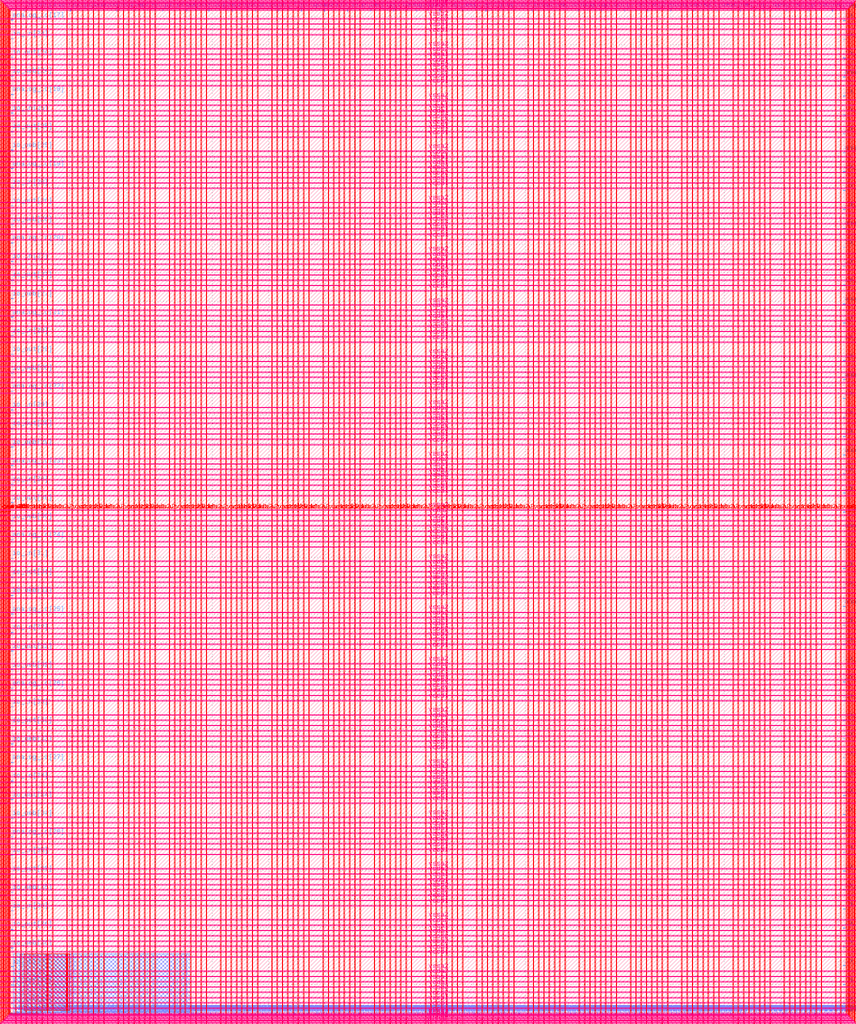
<source format=lef>
VERSION 5.7 ;
  NOWIREEXTENSIONATPIN ON ;
  DIVIDERCHAR "/" ;
  BUSBITCHARS "[]" ;
MACRO user_project_wrapper
  CLASS BLOCK ;
  FOREIGN user_project_wrapper ;
  ORIGIN 0.000 0.000 ;
  SIZE 2920.000 BY 3520.000 ;
  PIN analog_io[0]
    DIRECTION INOUT ;
    USE SIGNAL ;
    PORT
      LAYER met3 ;
        RECT 2917.600 1426.380 2924.800 1427.580 ;
    END
  END analog_io[0]
  PIN analog_io[10]
    DIRECTION INOUT ;
    USE SIGNAL ;
    PORT
      LAYER met2 ;
        RECT 2230.490 3517.600 2231.050 3524.800 ;
    END
  END analog_io[10]
  PIN analog_io[11]
    DIRECTION INOUT ;
    USE SIGNAL ;
    PORT
      LAYER met2 ;
        RECT 1905.730 3517.600 1906.290 3524.800 ;
    END
  END analog_io[11]
  PIN analog_io[12]
    DIRECTION INOUT ;
    USE SIGNAL ;
    PORT
      LAYER met2 ;
        RECT 1581.430 3517.600 1581.990 3524.800 ;
    END
  END analog_io[12]
  PIN analog_io[13]
    DIRECTION INOUT ;
    USE SIGNAL ;
    PORT
      LAYER met2 ;
        RECT 1257.130 3517.600 1257.690 3524.800 ;
    END
  END analog_io[13]
  PIN analog_io[14]
    DIRECTION INOUT ;
    USE SIGNAL ;
    PORT
      LAYER met2 ;
        RECT 932.370 3517.600 932.930 3524.800 ;
    END
  END analog_io[14]
  PIN analog_io[15]
    DIRECTION INOUT ;
    USE SIGNAL ;
    PORT
      LAYER met2 ;
        RECT 608.070 3517.600 608.630 3524.800 ;
    END
  END analog_io[15]
  PIN analog_io[16]
    DIRECTION INOUT ;
    USE SIGNAL ;
    PORT
      LAYER met2 ;
        RECT 283.770 3517.600 284.330 3524.800 ;
    END
  END analog_io[16]
  PIN analog_io[17]
    DIRECTION INOUT ;
    USE SIGNAL ;
    PORT
      LAYER met3 ;
        RECT -4.800 3486.100 2.400 3487.300 ;
    END
  END analog_io[17]
  PIN analog_io[18]
    DIRECTION INOUT ;
    USE SIGNAL ;
    PORT
      LAYER met3 ;
        RECT -4.800 3224.980 2.400 3226.180 ;
    END
  END analog_io[18]
  PIN analog_io[19]
    DIRECTION INOUT ;
    USE SIGNAL ;
    PORT
      LAYER met3 ;
        RECT -4.800 2964.540 2.400 2965.740 ;
    END
  END analog_io[19]
  PIN analog_io[1]
    DIRECTION INOUT ;
    USE SIGNAL ;
    PORT
      LAYER met3 ;
        RECT 2917.600 1692.260 2924.800 1693.460 ;
    END
  END analog_io[1]
  PIN analog_io[20]
    DIRECTION INOUT ;
    USE SIGNAL ;
    PORT
      LAYER met3 ;
        RECT -4.800 2703.420 2.400 2704.620 ;
    END
  END analog_io[20]
  PIN analog_io[21]
    DIRECTION INOUT ;
    USE SIGNAL ;
    PORT
      LAYER met3 ;
        RECT -4.800 2442.980 2.400 2444.180 ;
    END
  END analog_io[21]
  PIN analog_io[22]
    DIRECTION INOUT ;
    USE SIGNAL ;
    PORT
      LAYER met3 ;
        RECT -4.800 2182.540 2.400 2183.740 ;
    END
  END analog_io[22]
  PIN analog_io[23]
    DIRECTION INOUT ;
    USE SIGNAL ;
    PORT
      LAYER met3 ;
        RECT -4.800 1921.420 2.400 1922.620 ;
    END
  END analog_io[23]
  PIN analog_io[24]
    DIRECTION INOUT ;
    USE SIGNAL ;
    PORT
      LAYER met3 ;
        RECT -4.800 1660.980 2.400 1662.180 ;
    END
  END analog_io[24]
  PIN analog_io[25]
    DIRECTION INOUT ;
    USE SIGNAL ;
    PORT
      LAYER met3 ;
        RECT -4.800 1399.860 2.400 1401.060 ;
    END
  END analog_io[25]
  PIN analog_io[26]
    DIRECTION INOUT ;
    USE SIGNAL ;
    PORT
      LAYER met3 ;
        RECT -4.800 1139.420 2.400 1140.620 ;
    END
  END analog_io[26]
  PIN analog_io[27]
    DIRECTION INOUT ;
    USE SIGNAL ;
    PORT
      LAYER met3 ;
        RECT -4.800 878.980 2.400 880.180 ;
    END
  END analog_io[27]
  PIN analog_io[28]
    DIRECTION INOUT ;
    USE SIGNAL ;
    PORT
      LAYER met3 ;
        RECT -4.800 617.860 2.400 619.060 ;
    END
  END analog_io[28]
  PIN analog_io[2]
    DIRECTION INOUT ;
    USE SIGNAL ;
    PORT
      LAYER met3 ;
        RECT 2917.600 1958.140 2924.800 1959.340 ;
    END
  END analog_io[2]
  PIN analog_io[3]
    DIRECTION INOUT ;
    USE SIGNAL ;
    PORT
      LAYER met3 ;
        RECT 2917.600 2223.340 2924.800 2224.540 ;
    END
  END analog_io[3]
  PIN analog_io[4]
    DIRECTION INOUT ;
    USE SIGNAL ;
    PORT
      LAYER met3 ;
        RECT 2917.600 2489.220 2924.800 2490.420 ;
    END
  END analog_io[4]
  PIN analog_io[5]
    DIRECTION INOUT ;
    USE SIGNAL ;
    PORT
      LAYER met3 ;
        RECT 2917.600 2755.100 2924.800 2756.300 ;
    END
  END analog_io[5]
  PIN analog_io[6]
    DIRECTION INOUT ;
    USE SIGNAL ;
    PORT
      LAYER met3 ;
        RECT 2917.600 3020.300 2924.800 3021.500 ;
    END
  END analog_io[6]
  PIN analog_io[7]
    DIRECTION INOUT ;
    USE SIGNAL ;
    PORT
      LAYER met3 ;
        RECT 2917.600 3286.180 2924.800 3287.380 ;
    END
  END analog_io[7]
  PIN analog_io[8]
    DIRECTION INOUT ;
    USE SIGNAL ;
    PORT
      LAYER met2 ;
        RECT 2879.090 3517.600 2879.650 3524.800 ;
    END
  END analog_io[8]
  PIN analog_io[9]
    DIRECTION INOUT ;
    USE SIGNAL ;
    PORT
      LAYER met2 ;
        RECT 2554.790 3517.600 2555.350 3524.800 ;
    END
  END analog_io[9]
  PIN io_in[0]
    DIRECTION INPUT ;
    USE SIGNAL ;
    PORT
      LAYER met3 ;
        RECT 2917.600 32.380 2924.800 33.580 ;
    END
  END io_in[0]
  PIN io_in[10]
    DIRECTION INPUT ;
    USE SIGNAL ;
    PORT
      LAYER met3 ;
        RECT 2917.600 2289.980 2924.800 2291.180 ;
    END
  END io_in[10]
  PIN io_in[11]
    DIRECTION INPUT ;
    USE SIGNAL ;
    PORT
      LAYER met3 ;
        RECT 2917.600 2555.860 2924.800 2557.060 ;
    END
  END io_in[11]
  PIN io_in[12]
    DIRECTION INPUT ;
    USE SIGNAL ;
    PORT
      LAYER met3 ;
        RECT 2917.600 2821.060 2924.800 2822.260 ;
    END
  END io_in[12]
  PIN io_in[13]
    DIRECTION INPUT ;
    USE SIGNAL ;
    PORT
      LAYER met3 ;
        RECT 2917.600 3086.940 2924.800 3088.140 ;
    END
  END io_in[13]
  PIN io_in[14]
    DIRECTION INPUT ;
    USE SIGNAL ;
    PORT
      LAYER met3 ;
        RECT 2917.600 3352.820 2924.800 3354.020 ;
    END
  END io_in[14]
  PIN io_in[15]
    DIRECTION INPUT ;
    USE SIGNAL ;
    PORT
      LAYER met2 ;
        RECT 2798.130 3517.600 2798.690 3524.800 ;
    END
  END io_in[15]
  PIN io_in[16]
    DIRECTION INPUT ;
    USE SIGNAL ;
    PORT
      LAYER met2 ;
        RECT 2473.830 3517.600 2474.390 3524.800 ;
    END
  END io_in[16]
  PIN io_in[17]
    DIRECTION INPUT ;
    USE SIGNAL ;
    PORT
      LAYER met2 ;
        RECT 2149.070 3517.600 2149.630 3524.800 ;
    END
  END io_in[17]
  PIN io_in[18]
    DIRECTION INPUT ;
    USE SIGNAL ;
    PORT
      LAYER met2 ;
        RECT 1824.770 3517.600 1825.330 3524.800 ;
    END
  END io_in[18]
  PIN io_in[19]
    DIRECTION INPUT ;
    USE SIGNAL ;
    PORT
      LAYER met2 ;
        RECT 1500.470 3517.600 1501.030 3524.800 ;
    END
  END io_in[19]
  PIN io_in[1]
    DIRECTION INPUT ;
    USE SIGNAL ;
    PORT
      LAYER met3 ;
        RECT 2917.600 230.940 2924.800 232.140 ;
    END
  END io_in[1]
  PIN io_in[20]
    DIRECTION INPUT ;
    USE SIGNAL ;
    PORT
      LAYER met2 ;
        RECT 1175.710 3517.600 1176.270 3524.800 ;
    END
  END io_in[20]
  PIN io_in[21]
    DIRECTION INPUT ;
    USE SIGNAL ;
    PORT
      LAYER met2 ;
        RECT 851.410 3517.600 851.970 3524.800 ;
    END
  END io_in[21]
  PIN io_in[22]
    DIRECTION INPUT ;
    USE SIGNAL ;
    PORT
      LAYER met2 ;
        RECT 527.110 3517.600 527.670 3524.800 ;
    END
  END io_in[22]
  PIN io_in[23]
    DIRECTION INPUT ;
    USE SIGNAL ;
    PORT
      LAYER met2 ;
        RECT 202.350 3517.600 202.910 3524.800 ;
    END
  END io_in[23]
  PIN io_in[24]
    DIRECTION INPUT ;
    USE SIGNAL ;
    PORT
      LAYER met3 ;
        RECT -4.800 3420.820 2.400 3422.020 ;
    END
  END io_in[24]
  PIN io_in[25]
    DIRECTION INPUT ;
    USE SIGNAL ;
    PORT
      LAYER met3 ;
        RECT -4.800 3159.700 2.400 3160.900 ;
    END
  END io_in[25]
  PIN io_in[26]
    DIRECTION INPUT ;
    USE SIGNAL ;
    PORT
      LAYER met3 ;
        RECT -4.800 2899.260 2.400 2900.460 ;
    END
  END io_in[26]
  PIN io_in[27]
    DIRECTION INPUT ;
    USE SIGNAL ;
    PORT
      LAYER met3 ;
        RECT -4.800 2638.820 2.400 2640.020 ;
    END
  END io_in[27]
  PIN io_in[28]
    DIRECTION INPUT ;
    USE SIGNAL ;
    PORT
      LAYER met3 ;
        RECT -4.800 2377.700 2.400 2378.900 ;
    END
  END io_in[28]
  PIN io_in[29]
    DIRECTION INPUT ;
    USE SIGNAL ;
    PORT
      LAYER met3 ;
        RECT -4.800 2117.260 2.400 2118.460 ;
    END
  END io_in[29]
  PIN io_in[2]
    DIRECTION INPUT ;
    USE SIGNAL ;
    PORT
      LAYER met3 ;
        RECT 2917.600 430.180 2924.800 431.380 ;
    END
  END io_in[2]
  PIN io_in[30]
    DIRECTION INPUT ;
    USE SIGNAL ;
    PORT
      LAYER met3 ;
        RECT -4.800 1856.140 2.400 1857.340 ;
    END
  END io_in[30]
  PIN io_in[31]
    DIRECTION INPUT ;
    USE SIGNAL ;
    PORT
      LAYER met3 ;
        RECT -4.800 1595.700 2.400 1596.900 ;
    END
  END io_in[31]
  PIN io_in[32]
    DIRECTION INPUT ;
    USE SIGNAL ;
    PORT
      LAYER met3 ;
        RECT -4.800 1335.260 2.400 1336.460 ;
    END
  END io_in[32]
  PIN io_in[33]
    DIRECTION INPUT ;
    USE SIGNAL ;
    PORT
      LAYER met3 ;
        RECT -4.800 1074.140 2.400 1075.340 ;
    END
  END io_in[33]
  PIN io_in[34]
    DIRECTION INPUT ;
    USE SIGNAL ;
    PORT
      LAYER met3 ;
        RECT -4.800 813.700 2.400 814.900 ;
    END
  END io_in[34]
  PIN io_in[35]
    DIRECTION INPUT ;
    USE SIGNAL ;
    PORT
      LAYER met3 ;
        RECT -4.800 552.580 2.400 553.780 ;
    END
  END io_in[35]
  PIN io_in[36]
    DIRECTION INPUT ;
    USE SIGNAL ;
    PORT
      LAYER met3 ;
        RECT -4.800 357.420 2.400 358.620 ;
    END
  END io_in[36]
  PIN io_in[37]
    DIRECTION INPUT ;
    USE SIGNAL ;
    PORT
      LAYER met3 ;
        RECT -4.800 161.580 2.400 162.780 ;
    END
  END io_in[37]
  PIN io_in[3]
    DIRECTION INPUT ;
    USE SIGNAL ;
    PORT
      LAYER met3 ;
        RECT 2917.600 629.420 2924.800 630.620 ;
    END
  END io_in[3]
  PIN io_in[4]
    DIRECTION INPUT ;
    USE SIGNAL ;
    PORT
      LAYER met3 ;
        RECT 2917.600 828.660 2924.800 829.860 ;
    END
  END io_in[4]
  PIN io_in[5]
    DIRECTION INPUT ;
    USE SIGNAL ;
    PORT
      LAYER met3 ;
        RECT 2917.600 1027.900 2924.800 1029.100 ;
    END
  END io_in[5]
  PIN io_in[6]
    DIRECTION INPUT ;
    USE SIGNAL ;
    PORT
      LAYER met3 ;
        RECT 2917.600 1227.140 2924.800 1228.340 ;
    END
  END io_in[6]
  PIN io_in[7]
    DIRECTION INPUT ;
    USE SIGNAL ;
    PORT
      LAYER met3 ;
        RECT 2917.600 1493.020 2924.800 1494.220 ;
    END
  END io_in[7]
  PIN io_in[8]
    DIRECTION INPUT ;
    USE SIGNAL ;
    PORT
      LAYER met3 ;
        RECT 2917.600 1758.900 2924.800 1760.100 ;
    END
  END io_in[8]
  PIN io_in[9]
    DIRECTION INPUT ;
    USE SIGNAL ;
    PORT
      LAYER met3 ;
        RECT 2917.600 2024.100 2924.800 2025.300 ;
    END
  END io_in[9]
  PIN io_oeb[0]
    DIRECTION OUTPUT TRISTATE ;
    USE SIGNAL ;
    PORT
      LAYER met3 ;
        RECT 2917.600 164.980 2924.800 166.180 ;
    END
  END io_oeb[0]
  PIN io_oeb[10]
    DIRECTION OUTPUT TRISTATE ;
    USE SIGNAL ;
    PORT
      LAYER met3 ;
        RECT 2917.600 2422.580 2924.800 2423.780 ;
    END
  END io_oeb[10]
  PIN io_oeb[11]
    DIRECTION OUTPUT TRISTATE ;
    USE SIGNAL ;
    PORT
      LAYER met3 ;
        RECT 2917.600 2688.460 2924.800 2689.660 ;
    END
  END io_oeb[11]
  PIN io_oeb[12]
    DIRECTION OUTPUT TRISTATE ;
    USE SIGNAL ;
    PORT
      LAYER met3 ;
        RECT 2917.600 2954.340 2924.800 2955.540 ;
    END
  END io_oeb[12]
  PIN io_oeb[13]
    DIRECTION OUTPUT TRISTATE ;
    USE SIGNAL ;
    PORT
      LAYER met3 ;
        RECT 2917.600 3219.540 2924.800 3220.740 ;
    END
  END io_oeb[13]
  PIN io_oeb[14]
    DIRECTION OUTPUT TRISTATE ;
    USE SIGNAL ;
    PORT
      LAYER met3 ;
        RECT 2917.600 3485.420 2924.800 3486.620 ;
    END
  END io_oeb[14]
  PIN io_oeb[15]
    DIRECTION OUTPUT TRISTATE ;
    USE SIGNAL ;
    PORT
      LAYER met2 ;
        RECT 2635.750 3517.600 2636.310 3524.800 ;
    END
  END io_oeb[15]
  PIN io_oeb[16]
    DIRECTION OUTPUT TRISTATE ;
    USE SIGNAL ;
    PORT
      LAYER met2 ;
        RECT 2311.450 3517.600 2312.010 3524.800 ;
    END
  END io_oeb[16]
  PIN io_oeb[17]
    DIRECTION OUTPUT TRISTATE ;
    USE SIGNAL ;
    PORT
      LAYER met2 ;
        RECT 1987.150 3517.600 1987.710 3524.800 ;
    END
  END io_oeb[17]
  PIN io_oeb[18]
    DIRECTION OUTPUT TRISTATE ;
    USE SIGNAL ;
    PORT
      LAYER met2 ;
        RECT 1662.390 3517.600 1662.950 3524.800 ;
    END
  END io_oeb[18]
  PIN io_oeb[19]
    DIRECTION OUTPUT TRISTATE ;
    USE SIGNAL ;
    PORT
      LAYER met2 ;
        RECT 1338.090 3517.600 1338.650 3524.800 ;
    END
  END io_oeb[19]
  PIN io_oeb[1]
    DIRECTION OUTPUT TRISTATE ;
    USE SIGNAL ;
    PORT
      LAYER met3 ;
        RECT 2917.600 364.220 2924.800 365.420 ;
    END
  END io_oeb[1]
  PIN io_oeb[20]
    DIRECTION OUTPUT TRISTATE ;
    USE SIGNAL ;
    PORT
      LAYER met2 ;
        RECT 1013.790 3517.600 1014.350 3524.800 ;
    END
  END io_oeb[20]
  PIN io_oeb[21]
    DIRECTION OUTPUT TRISTATE ;
    USE SIGNAL ;
    PORT
      LAYER met2 ;
        RECT 689.030 3517.600 689.590 3524.800 ;
    END
  END io_oeb[21]
  PIN io_oeb[22]
    DIRECTION OUTPUT TRISTATE ;
    USE SIGNAL ;
    PORT
      LAYER met2 ;
        RECT 364.730 3517.600 365.290 3524.800 ;
    END
  END io_oeb[22]
  PIN io_oeb[23]
    DIRECTION OUTPUT TRISTATE ;
    USE SIGNAL ;
    PORT
      LAYER met2 ;
        RECT 40.430 3517.600 40.990 3524.800 ;
    END
  END io_oeb[23]
  PIN io_oeb[24]
    DIRECTION OUTPUT TRISTATE ;
    USE SIGNAL ;
    PORT
      LAYER met3 ;
        RECT -4.800 3290.260 2.400 3291.460 ;
    END
  END io_oeb[24]
  PIN io_oeb[25]
    DIRECTION OUTPUT TRISTATE ;
    USE SIGNAL ;
    PORT
      LAYER met3 ;
        RECT -4.800 3029.820 2.400 3031.020 ;
    END
  END io_oeb[25]
  PIN io_oeb[26]
    DIRECTION OUTPUT TRISTATE ;
    USE SIGNAL ;
    PORT
      LAYER met3 ;
        RECT -4.800 2768.700 2.400 2769.900 ;
    END
  END io_oeb[26]
  PIN io_oeb[27]
    DIRECTION OUTPUT TRISTATE ;
    USE SIGNAL ;
    PORT
      LAYER met3 ;
        RECT -4.800 2508.260 2.400 2509.460 ;
    END
  END io_oeb[27]
  PIN io_oeb[28]
    DIRECTION OUTPUT TRISTATE ;
    USE SIGNAL ;
    PORT
      LAYER met3 ;
        RECT -4.800 2247.140 2.400 2248.340 ;
    END
  END io_oeb[28]
  PIN io_oeb[29]
    DIRECTION OUTPUT TRISTATE ;
    USE SIGNAL ;
    PORT
      LAYER met3 ;
        RECT -4.800 1986.700 2.400 1987.900 ;
    END
  END io_oeb[29]
  PIN io_oeb[2]
    DIRECTION OUTPUT TRISTATE ;
    USE SIGNAL ;
    PORT
      LAYER met3 ;
        RECT 2917.600 563.460 2924.800 564.660 ;
    END
  END io_oeb[2]
  PIN io_oeb[30]
    DIRECTION OUTPUT TRISTATE ;
    USE SIGNAL ;
    PORT
      LAYER met3 ;
        RECT -4.800 1726.260 2.400 1727.460 ;
    END
  END io_oeb[30]
  PIN io_oeb[31]
    DIRECTION OUTPUT TRISTATE ;
    USE SIGNAL ;
    PORT
      LAYER met3 ;
        RECT -4.800 1465.140 2.400 1466.340 ;
    END
  END io_oeb[31]
  PIN io_oeb[32]
    DIRECTION OUTPUT TRISTATE ;
    USE SIGNAL ;
    PORT
      LAYER met3 ;
        RECT -4.800 1204.700 2.400 1205.900 ;
    END
  END io_oeb[32]
  PIN io_oeb[33]
    DIRECTION OUTPUT TRISTATE ;
    USE SIGNAL ;
    PORT
      LAYER met3 ;
        RECT -4.800 943.580 2.400 944.780 ;
    END
  END io_oeb[33]
  PIN io_oeb[34]
    DIRECTION OUTPUT TRISTATE ;
    USE SIGNAL ;
    PORT
      LAYER met3 ;
        RECT -4.800 683.140 2.400 684.340 ;
    END
  END io_oeb[34]
  PIN io_oeb[35]
    DIRECTION OUTPUT TRISTATE ;
    USE SIGNAL ;
    PORT
      LAYER met3 ;
        RECT -4.800 422.700 2.400 423.900 ;
    END
  END io_oeb[35]
  PIN io_oeb[36]
    DIRECTION OUTPUT TRISTATE ;
    USE SIGNAL ;
    PORT
      LAYER met3 ;
        RECT -4.800 226.860 2.400 228.060 ;
    END
  END io_oeb[36]
  PIN io_oeb[37]
    DIRECTION OUTPUT TRISTATE ;
    USE SIGNAL ;
    PORT
      LAYER met3 ;
        RECT -4.800 31.700 2.400 32.900 ;
    END
  END io_oeb[37]
  PIN io_oeb[3]
    DIRECTION OUTPUT TRISTATE ;
    USE SIGNAL ;
    PORT
      LAYER met3 ;
        RECT 2917.600 762.700 2924.800 763.900 ;
    END
  END io_oeb[3]
  PIN io_oeb[4]
    DIRECTION OUTPUT TRISTATE ;
    USE SIGNAL ;
    PORT
      LAYER met3 ;
        RECT 2917.600 961.940 2924.800 963.140 ;
    END
  END io_oeb[4]
  PIN io_oeb[5]
    DIRECTION OUTPUT TRISTATE ;
    USE SIGNAL ;
    PORT
      LAYER met3 ;
        RECT 2917.600 1161.180 2924.800 1162.380 ;
    END
  END io_oeb[5]
  PIN io_oeb[6]
    DIRECTION OUTPUT TRISTATE ;
    USE SIGNAL ;
    PORT
      LAYER met3 ;
        RECT 2917.600 1360.420 2924.800 1361.620 ;
    END
  END io_oeb[6]
  PIN io_oeb[7]
    DIRECTION OUTPUT TRISTATE ;
    USE SIGNAL ;
    PORT
      LAYER met3 ;
        RECT 2917.600 1625.620 2924.800 1626.820 ;
    END
  END io_oeb[7]
  PIN io_oeb[8]
    DIRECTION OUTPUT TRISTATE ;
    USE SIGNAL ;
    PORT
      LAYER met3 ;
        RECT 2917.600 1891.500 2924.800 1892.700 ;
    END
  END io_oeb[8]
  PIN io_oeb[9]
    DIRECTION OUTPUT TRISTATE ;
    USE SIGNAL ;
    PORT
      LAYER met3 ;
        RECT 2917.600 2157.380 2924.800 2158.580 ;
    END
  END io_oeb[9]
  PIN io_out[0]
    DIRECTION OUTPUT TRISTATE ;
    USE SIGNAL ;
    PORT
      LAYER met3 ;
        RECT 2917.600 98.340 2924.800 99.540 ;
    END
  END io_out[0]
  PIN io_out[10]
    DIRECTION OUTPUT TRISTATE ;
    USE SIGNAL ;
    PORT
      LAYER met3 ;
        RECT 2917.600 2356.620 2924.800 2357.820 ;
    END
  END io_out[10]
  PIN io_out[11]
    DIRECTION OUTPUT TRISTATE ;
    USE SIGNAL ;
    PORT
      LAYER met3 ;
        RECT 2917.600 2621.820 2924.800 2623.020 ;
    END
  END io_out[11]
  PIN io_out[12]
    DIRECTION OUTPUT TRISTATE ;
    USE SIGNAL ;
    PORT
      LAYER met3 ;
        RECT 2917.600 2887.700 2924.800 2888.900 ;
    END
  END io_out[12]
  PIN io_out[13]
    DIRECTION OUTPUT TRISTATE ;
    USE SIGNAL ;
    PORT
      LAYER met3 ;
        RECT 2917.600 3153.580 2924.800 3154.780 ;
    END
  END io_out[13]
  PIN io_out[14]
    DIRECTION OUTPUT TRISTATE ;
    USE SIGNAL ;
    PORT
      LAYER met3 ;
        RECT 2917.600 3418.780 2924.800 3419.980 ;
    END
  END io_out[14]
  PIN io_out[15]
    DIRECTION OUTPUT TRISTATE ;
    USE SIGNAL ;
    PORT
      LAYER met2 ;
        RECT 2717.170 3517.600 2717.730 3524.800 ;
    END
  END io_out[15]
  PIN io_out[16]
    DIRECTION OUTPUT TRISTATE ;
    USE SIGNAL ;
    PORT
      LAYER met2 ;
        RECT 2392.410 3517.600 2392.970 3524.800 ;
    END
  END io_out[16]
  PIN io_out[17]
    DIRECTION OUTPUT TRISTATE ;
    USE SIGNAL ;
    PORT
      LAYER met2 ;
        RECT 2068.110 3517.600 2068.670 3524.800 ;
    END
  END io_out[17]
  PIN io_out[18]
    DIRECTION OUTPUT TRISTATE ;
    USE SIGNAL ;
    PORT
      LAYER met2 ;
        RECT 1743.810 3517.600 1744.370 3524.800 ;
    END
  END io_out[18]
  PIN io_out[19]
    DIRECTION OUTPUT TRISTATE ;
    USE SIGNAL ;
    PORT
      LAYER met2 ;
        RECT 1419.050 3517.600 1419.610 3524.800 ;
    END
  END io_out[19]
  PIN io_out[1]
    DIRECTION OUTPUT TRISTATE ;
    USE SIGNAL ;
    PORT
      LAYER met3 ;
        RECT 2917.600 297.580 2924.800 298.780 ;
    END
  END io_out[1]
  PIN io_out[20]
    DIRECTION OUTPUT TRISTATE ;
    USE SIGNAL ;
    PORT
      LAYER met2 ;
        RECT 1094.750 3517.600 1095.310 3524.800 ;
    END
  END io_out[20]
  PIN io_out[21]
    DIRECTION OUTPUT TRISTATE ;
    USE SIGNAL ;
    PORT
      LAYER met2 ;
        RECT 770.450 3517.600 771.010 3524.800 ;
    END
  END io_out[21]
  PIN io_out[22]
    DIRECTION OUTPUT TRISTATE ;
    USE SIGNAL ;
    PORT
      LAYER met2 ;
        RECT 445.690 3517.600 446.250 3524.800 ;
    END
  END io_out[22]
  PIN io_out[23]
    DIRECTION OUTPUT TRISTATE ;
    USE SIGNAL ;
    PORT
      LAYER met2 ;
        RECT 121.390 3517.600 121.950 3524.800 ;
    END
  END io_out[23]
  PIN io_out[24]
    DIRECTION OUTPUT TRISTATE ;
    USE SIGNAL ;
    PORT
      LAYER met3 ;
        RECT -4.800 3355.540 2.400 3356.740 ;
    END
  END io_out[24]
  PIN io_out[25]
    DIRECTION OUTPUT TRISTATE ;
    USE SIGNAL ;
    PORT
      LAYER met3 ;
        RECT -4.800 3095.100 2.400 3096.300 ;
    END
  END io_out[25]
  PIN io_out[26]
    DIRECTION OUTPUT TRISTATE ;
    USE SIGNAL ;
    PORT
      LAYER met3 ;
        RECT -4.800 2833.980 2.400 2835.180 ;
    END
  END io_out[26]
  PIN io_out[27]
    DIRECTION OUTPUT TRISTATE ;
    USE SIGNAL ;
    PORT
      LAYER met3 ;
        RECT -4.800 2573.540 2.400 2574.740 ;
    END
  END io_out[27]
  PIN io_out[28]
    DIRECTION OUTPUT TRISTATE ;
    USE SIGNAL ;
    PORT
      LAYER met3 ;
        RECT -4.800 2312.420 2.400 2313.620 ;
    END
  END io_out[28]
  PIN io_out[29]
    DIRECTION OUTPUT TRISTATE ;
    USE SIGNAL ;
    PORT
      LAYER met3 ;
        RECT -4.800 2051.980 2.400 2053.180 ;
    END
  END io_out[29]
  PIN io_out[2]
    DIRECTION OUTPUT TRISTATE ;
    USE SIGNAL ;
    PORT
      LAYER met3 ;
        RECT 2917.600 496.820 2924.800 498.020 ;
    END
  END io_out[2]
  PIN io_out[30]
    DIRECTION OUTPUT TRISTATE ;
    USE SIGNAL ;
    PORT
      LAYER met3 ;
        RECT -4.800 1791.540 2.400 1792.740 ;
    END
  END io_out[30]
  PIN io_out[31]
    DIRECTION OUTPUT TRISTATE ;
    USE SIGNAL ;
    PORT
      LAYER met3 ;
        RECT -4.800 1530.420 2.400 1531.620 ;
    END
  END io_out[31]
  PIN io_out[32]
    DIRECTION OUTPUT TRISTATE ;
    USE SIGNAL ;
    PORT
      LAYER met3 ;
        RECT -4.800 1269.980 2.400 1271.180 ;
    END
  END io_out[32]
  PIN io_out[33]
    DIRECTION OUTPUT TRISTATE ;
    USE SIGNAL ;
    PORT
      LAYER met3 ;
        RECT -4.800 1008.860 2.400 1010.060 ;
    END
  END io_out[33]
  PIN io_out[34]
    DIRECTION OUTPUT TRISTATE ;
    USE SIGNAL ;
    PORT
      LAYER met3 ;
        RECT -4.800 748.420 2.400 749.620 ;
    END
  END io_out[34]
  PIN io_out[35]
    DIRECTION OUTPUT TRISTATE ;
    USE SIGNAL ;
    PORT
      LAYER met3 ;
        RECT -4.800 487.300 2.400 488.500 ;
    END
  END io_out[35]
  PIN io_out[36]
    DIRECTION OUTPUT TRISTATE ;
    USE SIGNAL ;
    PORT
      LAYER met3 ;
        RECT -4.800 292.140 2.400 293.340 ;
    END
  END io_out[36]
  PIN io_out[37]
    DIRECTION OUTPUT TRISTATE ;
    USE SIGNAL ;
    PORT
      LAYER met3 ;
        RECT -4.800 96.300 2.400 97.500 ;
    END
  END io_out[37]
  PIN io_out[3]
    DIRECTION OUTPUT TRISTATE ;
    USE SIGNAL ;
    PORT
      LAYER met3 ;
        RECT 2917.600 696.060 2924.800 697.260 ;
    END
  END io_out[3]
  PIN io_out[4]
    DIRECTION OUTPUT TRISTATE ;
    USE SIGNAL ;
    PORT
      LAYER met3 ;
        RECT 2917.600 895.300 2924.800 896.500 ;
    END
  END io_out[4]
  PIN io_out[5]
    DIRECTION OUTPUT TRISTATE ;
    USE SIGNAL ;
    PORT
      LAYER met3 ;
        RECT 2917.600 1094.540 2924.800 1095.740 ;
    END
  END io_out[5]
  PIN io_out[6]
    DIRECTION OUTPUT TRISTATE ;
    USE SIGNAL ;
    PORT
      LAYER met3 ;
        RECT 2917.600 1293.780 2924.800 1294.980 ;
    END
  END io_out[6]
  PIN io_out[7]
    DIRECTION OUTPUT TRISTATE ;
    USE SIGNAL ;
    PORT
      LAYER met3 ;
        RECT 2917.600 1559.660 2924.800 1560.860 ;
    END
  END io_out[7]
  PIN io_out[8]
    DIRECTION OUTPUT TRISTATE ;
    USE SIGNAL ;
    PORT
      LAYER met3 ;
        RECT 2917.600 1824.860 2924.800 1826.060 ;
    END
  END io_out[8]
  PIN io_out[9]
    DIRECTION OUTPUT TRISTATE ;
    USE SIGNAL ;
    PORT
      LAYER met3 ;
        RECT 2917.600 2090.740 2924.800 2091.940 ;
    END
  END io_out[9]
  PIN la_data_in[0]
    DIRECTION INPUT ;
    USE SIGNAL ;
    PORT
      LAYER met2 ;
        RECT 629.230 -4.800 629.790 2.400 ;
    END
  END la_data_in[0]
  PIN la_data_in[100]
    DIRECTION INPUT ;
    USE SIGNAL ;
    PORT
      LAYER met2 ;
        RECT 2402.530 -4.800 2403.090 2.400 ;
    END
  END la_data_in[100]
  PIN la_data_in[101]
    DIRECTION INPUT ;
    USE SIGNAL ;
    PORT
      LAYER met2 ;
        RECT 2420.010 -4.800 2420.570 2.400 ;
    END
  END la_data_in[101]
  PIN la_data_in[102]
    DIRECTION INPUT ;
    USE SIGNAL ;
    PORT
      LAYER met2 ;
        RECT 2437.950 -4.800 2438.510 2.400 ;
    END
  END la_data_in[102]
  PIN la_data_in[103]
    DIRECTION INPUT ;
    USE SIGNAL ;
    PORT
      LAYER met2 ;
        RECT 2455.430 -4.800 2455.990 2.400 ;
    END
  END la_data_in[103]
  PIN la_data_in[104]
    DIRECTION INPUT ;
    USE SIGNAL ;
    PORT
      LAYER met2 ;
        RECT 2473.370 -4.800 2473.930 2.400 ;
    END
  END la_data_in[104]
  PIN la_data_in[105]
    DIRECTION INPUT ;
    USE SIGNAL ;
    PORT
      LAYER met2 ;
        RECT 2490.850 -4.800 2491.410 2.400 ;
    END
  END la_data_in[105]
  PIN la_data_in[106]
    DIRECTION INPUT ;
    USE SIGNAL ;
    PORT
      LAYER met2 ;
        RECT 2508.790 -4.800 2509.350 2.400 ;
    END
  END la_data_in[106]
  PIN la_data_in[107]
    DIRECTION INPUT ;
    USE SIGNAL ;
    PORT
      LAYER met2 ;
        RECT 2526.730 -4.800 2527.290 2.400 ;
    END
  END la_data_in[107]
  PIN la_data_in[108]
    DIRECTION INPUT ;
    USE SIGNAL ;
    PORT
      LAYER met2 ;
        RECT 2544.210 -4.800 2544.770 2.400 ;
    END
  END la_data_in[108]
  PIN la_data_in[109]
    DIRECTION INPUT ;
    USE SIGNAL ;
    PORT
      LAYER met2 ;
        RECT 2562.150 -4.800 2562.710 2.400 ;
    END
  END la_data_in[109]
  PIN la_data_in[10]
    DIRECTION INPUT ;
    USE SIGNAL ;
    PORT
      LAYER met2 ;
        RECT 806.330 -4.800 806.890 2.400 ;
    END
  END la_data_in[10]
  PIN la_data_in[110]
    DIRECTION INPUT ;
    USE SIGNAL ;
    PORT
      LAYER met2 ;
        RECT 2579.630 -4.800 2580.190 2.400 ;
    END
  END la_data_in[110]
  PIN la_data_in[111]
    DIRECTION INPUT ;
    USE SIGNAL ;
    PORT
      LAYER met2 ;
        RECT 2597.570 -4.800 2598.130 2.400 ;
    END
  END la_data_in[111]
  PIN la_data_in[112]
    DIRECTION INPUT ;
    USE SIGNAL ;
    PORT
      LAYER met2 ;
        RECT 2615.050 -4.800 2615.610 2.400 ;
    END
  END la_data_in[112]
  PIN la_data_in[113]
    DIRECTION INPUT ;
    USE SIGNAL ;
    PORT
      LAYER met2 ;
        RECT 2632.990 -4.800 2633.550 2.400 ;
    END
  END la_data_in[113]
  PIN la_data_in[114]
    DIRECTION INPUT ;
    USE SIGNAL ;
    PORT
      LAYER met2 ;
        RECT 2650.470 -4.800 2651.030 2.400 ;
    END
  END la_data_in[114]
  PIN la_data_in[115]
    DIRECTION INPUT ;
    USE SIGNAL ;
    PORT
      LAYER met2 ;
        RECT 2668.410 -4.800 2668.970 2.400 ;
    END
  END la_data_in[115]
  PIN la_data_in[116]
    DIRECTION INPUT ;
    USE SIGNAL ;
    PORT
      LAYER met2 ;
        RECT 2685.890 -4.800 2686.450 2.400 ;
    END
  END la_data_in[116]
  PIN la_data_in[117]
    DIRECTION INPUT ;
    USE SIGNAL ;
    PORT
      LAYER met2 ;
        RECT 2703.830 -4.800 2704.390 2.400 ;
    END
  END la_data_in[117]
  PIN la_data_in[118]
    DIRECTION INPUT ;
    USE SIGNAL ;
    PORT
      LAYER met2 ;
        RECT 2721.770 -4.800 2722.330 2.400 ;
    END
  END la_data_in[118]
  PIN la_data_in[119]
    DIRECTION INPUT ;
    USE SIGNAL ;
    PORT
      LAYER met2 ;
        RECT 2739.250 -4.800 2739.810 2.400 ;
    END
  END la_data_in[119]
  PIN la_data_in[11]
    DIRECTION INPUT ;
    USE SIGNAL ;
    PORT
      LAYER met2 ;
        RECT 824.270 -4.800 824.830 2.400 ;
    END
  END la_data_in[11]
  PIN la_data_in[120]
    DIRECTION INPUT ;
    USE SIGNAL ;
    PORT
      LAYER met2 ;
        RECT 2757.190 -4.800 2757.750 2.400 ;
    END
  END la_data_in[120]
  PIN la_data_in[121]
    DIRECTION INPUT ;
    USE SIGNAL ;
    PORT
      LAYER met2 ;
        RECT 2774.670 -4.800 2775.230 2.400 ;
    END
  END la_data_in[121]
  PIN la_data_in[122]
    DIRECTION INPUT ;
    USE SIGNAL ;
    PORT
      LAYER met2 ;
        RECT 2792.610 -4.800 2793.170 2.400 ;
    END
  END la_data_in[122]
  PIN la_data_in[123]
    DIRECTION INPUT ;
    USE SIGNAL ;
    PORT
      LAYER met2 ;
        RECT 2810.090 -4.800 2810.650 2.400 ;
    END
  END la_data_in[123]
  PIN la_data_in[124]
    DIRECTION INPUT ;
    USE SIGNAL ;
    PORT
      LAYER met2 ;
        RECT 2828.030 -4.800 2828.590 2.400 ;
    END
  END la_data_in[124]
  PIN la_data_in[125]
    DIRECTION INPUT ;
    USE SIGNAL ;
    PORT
      LAYER met2 ;
        RECT 2845.510 -4.800 2846.070 2.400 ;
    END
  END la_data_in[125]
  PIN la_data_in[126]
    DIRECTION INPUT ;
    USE SIGNAL ;
    PORT
      LAYER met2 ;
        RECT 2863.450 -4.800 2864.010 2.400 ;
    END
  END la_data_in[126]
  PIN la_data_in[127]
    DIRECTION INPUT ;
    USE SIGNAL ;
    PORT
      LAYER met2 ;
        RECT 2881.390 -4.800 2881.950 2.400 ;
    END
  END la_data_in[127]
  PIN la_data_in[12]
    DIRECTION INPUT ;
    USE SIGNAL ;
    PORT
      LAYER met2 ;
        RECT 841.750 -4.800 842.310 2.400 ;
    END
  END la_data_in[12]
  PIN la_data_in[13]
    DIRECTION INPUT ;
    USE SIGNAL ;
    PORT
      LAYER met2 ;
        RECT 859.690 -4.800 860.250 2.400 ;
    END
  END la_data_in[13]
  PIN la_data_in[14]
    DIRECTION INPUT ;
    USE SIGNAL ;
    PORT
      LAYER met2 ;
        RECT 877.170 -4.800 877.730 2.400 ;
    END
  END la_data_in[14]
  PIN la_data_in[15]
    DIRECTION INPUT ;
    USE SIGNAL ;
    PORT
      LAYER met2 ;
        RECT 895.110 -4.800 895.670 2.400 ;
    END
  END la_data_in[15]
  PIN la_data_in[16]
    DIRECTION INPUT ;
    USE SIGNAL ;
    PORT
      LAYER met2 ;
        RECT 912.590 -4.800 913.150 2.400 ;
    END
  END la_data_in[16]
  PIN la_data_in[17]
    DIRECTION INPUT ;
    USE SIGNAL ;
    PORT
      LAYER met2 ;
        RECT 930.530 -4.800 931.090 2.400 ;
    END
  END la_data_in[17]
  PIN la_data_in[18]
    DIRECTION INPUT ;
    USE SIGNAL ;
    PORT
      LAYER met2 ;
        RECT 948.470 -4.800 949.030 2.400 ;
    END
  END la_data_in[18]
  PIN la_data_in[19]
    DIRECTION INPUT ;
    USE SIGNAL ;
    PORT
      LAYER met2 ;
        RECT 965.950 -4.800 966.510 2.400 ;
    END
  END la_data_in[19]
  PIN la_data_in[1]
    DIRECTION INPUT ;
    USE SIGNAL ;
    PORT
      LAYER met2 ;
        RECT 646.710 -4.800 647.270 2.400 ;
    END
  END la_data_in[1]
  PIN la_data_in[20]
    DIRECTION INPUT ;
    USE SIGNAL ;
    PORT
      LAYER met2 ;
        RECT 983.890 -4.800 984.450 2.400 ;
    END
  END la_data_in[20]
  PIN la_data_in[21]
    DIRECTION INPUT ;
    USE SIGNAL ;
    PORT
      LAYER met2 ;
        RECT 1001.370 -4.800 1001.930 2.400 ;
    END
  END la_data_in[21]
  PIN la_data_in[22]
    DIRECTION INPUT ;
    USE SIGNAL ;
    PORT
      LAYER met2 ;
        RECT 1019.310 -4.800 1019.870 2.400 ;
    END
  END la_data_in[22]
  PIN la_data_in[23]
    DIRECTION INPUT ;
    USE SIGNAL ;
    PORT
      LAYER met2 ;
        RECT 1036.790 -4.800 1037.350 2.400 ;
    END
  END la_data_in[23]
  PIN la_data_in[24]
    DIRECTION INPUT ;
    USE SIGNAL ;
    PORT
      LAYER met2 ;
        RECT 1054.730 -4.800 1055.290 2.400 ;
    END
  END la_data_in[24]
  PIN la_data_in[25]
    DIRECTION INPUT ;
    USE SIGNAL ;
    PORT
      LAYER met2 ;
        RECT 1072.210 -4.800 1072.770 2.400 ;
    END
  END la_data_in[25]
  PIN la_data_in[26]
    DIRECTION INPUT ;
    USE SIGNAL ;
    PORT
      LAYER met2 ;
        RECT 1090.150 -4.800 1090.710 2.400 ;
    END
  END la_data_in[26]
  PIN la_data_in[27]
    DIRECTION INPUT ;
    USE SIGNAL ;
    PORT
      LAYER met2 ;
        RECT 1107.630 -4.800 1108.190 2.400 ;
    END
  END la_data_in[27]
  PIN la_data_in[28]
    DIRECTION INPUT ;
    USE SIGNAL ;
    PORT
      LAYER met2 ;
        RECT 1125.570 -4.800 1126.130 2.400 ;
    END
  END la_data_in[28]
  PIN la_data_in[29]
    DIRECTION INPUT ;
    USE SIGNAL ;
    PORT
      LAYER met2 ;
        RECT 1143.510 -4.800 1144.070 2.400 ;
    END
  END la_data_in[29]
  PIN la_data_in[2]
    DIRECTION INPUT ;
    USE SIGNAL ;
    PORT
      LAYER met2 ;
        RECT 664.650 -4.800 665.210 2.400 ;
    END
  END la_data_in[2]
  PIN la_data_in[30]
    DIRECTION INPUT ;
    USE SIGNAL ;
    PORT
      LAYER met2 ;
        RECT 1160.990 -4.800 1161.550 2.400 ;
    END
  END la_data_in[30]
  PIN la_data_in[31]
    DIRECTION INPUT ;
    USE SIGNAL ;
    PORT
      LAYER met2 ;
        RECT 1178.930 -4.800 1179.490 2.400 ;
    END
  END la_data_in[31]
  PIN la_data_in[32]
    DIRECTION INPUT ;
    USE SIGNAL ;
    PORT
      LAYER met2 ;
        RECT 1196.410 -4.800 1196.970 2.400 ;
    END
  END la_data_in[32]
  PIN la_data_in[33]
    DIRECTION INPUT ;
    USE SIGNAL ;
    PORT
      LAYER met2 ;
        RECT 1214.350 -4.800 1214.910 2.400 ;
    END
  END la_data_in[33]
  PIN la_data_in[34]
    DIRECTION INPUT ;
    USE SIGNAL ;
    PORT
      LAYER met2 ;
        RECT 1231.830 -4.800 1232.390 2.400 ;
    END
  END la_data_in[34]
  PIN la_data_in[35]
    DIRECTION INPUT ;
    USE SIGNAL ;
    PORT
      LAYER met2 ;
        RECT 1249.770 -4.800 1250.330 2.400 ;
    END
  END la_data_in[35]
  PIN la_data_in[36]
    DIRECTION INPUT ;
    USE SIGNAL ;
    PORT
      LAYER met2 ;
        RECT 1267.250 -4.800 1267.810 2.400 ;
    END
  END la_data_in[36]
  PIN la_data_in[37]
    DIRECTION INPUT ;
    USE SIGNAL ;
    PORT
      LAYER met2 ;
        RECT 1285.190 -4.800 1285.750 2.400 ;
    END
  END la_data_in[37]
  PIN la_data_in[38]
    DIRECTION INPUT ;
    USE SIGNAL ;
    PORT
      LAYER met2 ;
        RECT 1303.130 -4.800 1303.690 2.400 ;
    END
  END la_data_in[38]
  PIN la_data_in[39]
    DIRECTION INPUT ;
    USE SIGNAL ;
    PORT
      LAYER met2 ;
        RECT 1320.610 -4.800 1321.170 2.400 ;
    END
  END la_data_in[39]
  PIN la_data_in[3]
    DIRECTION INPUT ;
    USE SIGNAL ;
    PORT
      LAYER met2 ;
        RECT 682.130 -4.800 682.690 2.400 ;
    END
  END la_data_in[3]
  PIN la_data_in[40]
    DIRECTION INPUT ;
    USE SIGNAL ;
    PORT
      LAYER met2 ;
        RECT 1338.550 -4.800 1339.110 2.400 ;
    END
  END la_data_in[40]
  PIN la_data_in[41]
    DIRECTION INPUT ;
    USE SIGNAL ;
    PORT
      LAYER met2 ;
        RECT 1356.030 -4.800 1356.590 2.400 ;
    END
  END la_data_in[41]
  PIN la_data_in[42]
    DIRECTION INPUT ;
    USE SIGNAL ;
    PORT
      LAYER met2 ;
        RECT 1373.970 -4.800 1374.530 2.400 ;
    END
  END la_data_in[42]
  PIN la_data_in[43]
    DIRECTION INPUT ;
    USE SIGNAL ;
    PORT
      LAYER met2 ;
        RECT 1391.450 -4.800 1392.010 2.400 ;
    END
  END la_data_in[43]
  PIN la_data_in[44]
    DIRECTION INPUT ;
    USE SIGNAL ;
    PORT
      LAYER met2 ;
        RECT 1409.390 -4.800 1409.950 2.400 ;
    END
  END la_data_in[44]
  PIN la_data_in[45]
    DIRECTION INPUT ;
    USE SIGNAL ;
    PORT
      LAYER met2 ;
        RECT 1426.870 -4.800 1427.430 2.400 ;
    END
  END la_data_in[45]
  PIN la_data_in[46]
    DIRECTION INPUT ;
    USE SIGNAL ;
    PORT
      LAYER met2 ;
        RECT 1444.810 -4.800 1445.370 2.400 ;
    END
  END la_data_in[46]
  PIN la_data_in[47]
    DIRECTION INPUT ;
    USE SIGNAL ;
    PORT
      LAYER met2 ;
        RECT 1462.750 -4.800 1463.310 2.400 ;
    END
  END la_data_in[47]
  PIN la_data_in[48]
    DIRECTION INPUT ;
    USE SIGNAL ;
    PORT
      LAYER met2 ;
        RECT 1480.230 -4.800 1480.790 2.400 ;
    END
  END la_data_in[48]
  PIN la_data_in[49]
    DIRECTION INPUT ;
    USE SIGNAL ;
    PORT
      LAYER met2 ;
        RECT 1498.170 -4.800 1498.730 2.400 ;
    END
  END la_data_in[49]
  PIN la_data_in[4]
    DIRECTION INPUT ;
    USE SIGNAL ;
    PORT
      LAYER met2 ;
        RECT 700.070 -4.800 700.630 2.400 ;
    END
  END la_data_in[4]
  PIN la_data_in[50]
    DIRECTION INPUT ;
    USE SIGNAL ;
    PORT
      LAYER met2 ;
        RECT 1515.650 -4.800 1516.210 2.400 ;
    END
  END la_data_in[50]
  PIN la_data_in[51]
    DIRECTION INPUT ;
    USE SIGNAL ;
    PORT
      LAYER met2 ;
        RECT 1533.590 -4.800 1534.150 2.400 ;
    END
  END la_data_in[51]
  PIN la_data_in[52]
    DIRECTION INPUT ;
    USE SIGNAL ;
    PORT
      LAYER met2 ;
        RECT 1551.070 -4.800 1551.630 2.400 ;
    END
  END la_data_in[52]
  PIN la_data_in[53]
    DIRECTION INPUT ;
    USE SIGNAL ;
    PORT
      LAYER met2 ;
        RECT 1569.010 -4.800 1569.570 2.400 ;
    END
  END la_data_in[53]
  PIN la_data_in[54]
    DIRECTION INPUT ;
    USE SIGNAL ;
    PORT
      LAYER met2 ;
        RECT 1586.490 -4.800 1587.050 2.400 ;
    END
  END la_data_in[54]
  PIN la_data_in[55]
    DIRECTION INPUT ;
    USE SIGNAL ;
    PORT
      LAYER met2 ;
        RECT 1604.430 -4.800 1604.990 2.400 ;
    END
  END la_data_in[55]
  PIN la_data_in[56]
    DIRECTION INPUT ;
    USE SIGNAL ;
    PORT
      LAYER met2 ;
        RECT 1621.910 -4.800 1622.470 2.400 ;
    END
  END la_data_in[56]
  PIN la_data_in[57]
    DIRECTION INPUT ;
    USE SIGNAL ;
    PORT
      LAYER met2 ;
        RECT 1639.850 -4.800 1640.410 2.400 ;
    END
  END la_data_in[57]
  PIN la_data_in[58]
    DIRECTION INPUT ;
    USE SIGNAL ;
    PORT
      LAYER met2 ;
        RECT 1657.790 -4.800 1658.350 2.400 ;
    END
  END la_data_in[58]
  PIN la_data_in[59]
    DIRECTION INPUT ;
    USE SIGNAL ;
    PORT
      LAYER met2 ;
        RECT 1675.270 -4.800 1675.830 2.400 ;
    END
  END la_data_in[59]
  PIN la_data_in[5]
    DIRECTION INPUT ;
    USE SIGNAL ;
    PORT
      LAYER met2 ;
        RECT 717.550 -4.800 718.110 2.400 ;
    END
  END la_data_in[5]
  PIN la_data_in[60]
    DIRECTION INPUT ;
    USE SIGNAL ;
    PORT
      LAYER met2 ;
        RECT 1693.210 -4.800 1693.770 2.400 ;
    END
  END la_data_in[60]
  PIN la_data_in[61]
    DIRECTION INPUT ;
    USE SIGNAL ;
    PORT
      LAYER met2 ;
        RECT 1710.690 -4.800 1711.250 2.400 ;
    END
  END la_data_in[61]
  PIN la_data_in[62]
    DIRECTION INPUT ;
    USE SIGNAL ;
    PORT
      LAYER met2 ;
        RECT 1728.630 -4.800 1729.190 2.400 ;
    END
  END la_data_in[62]
  PIN la_data_in[63]
    DIRECTION INPUT ;
    USE SIGNAL ;
    PORT
      LAYER met2 ;
        RECT 1746.110 -4.800 1746.670 2.400 ;
    END
  END la_data_in[63]
  PIN la_data_in[64]
    DIRECTION INPUT ;
    USE SIGNAL ;
    PORT
      LAYER met2 ;
        RECT 1764.050 -4.800 1764.610 2.400 ;
    END
  END la_data_in[64]
  PIN la_data_in[65]
    DIRECTION INPUT ;
    USE SIGNAL ;
    PORT
      LAYER met2 ;
        RECT 1781.530 -4.800 1782.090 2.400 ;
    END
  END la_data_in[65]
  PIN la_data_in[66]
    DIRECTION INPUT ;
    USE SIGNAL ;
    PORT
      LAYER met2 ;
        RECT 1799.470 -4.800 1800.030 2.400 ;
    END
  END la_data_in[66]
  PIN la_data_in[67]
    DIRECTION INPUT ;
    USE SIGNAL ;
    PORT
      LAYER met2 ;
        RECT 1817.410 -4.800 1817.970 2.400 ;
    END
  END la_data_in[67]
  PIN la_data_in[68]
    DIRECTION INPUT ;
    USE SIGNAL ;
    PORT
      LAYER met2 ;
        RECT 1834.890 -4.800 1835.450 2.400 ;
    END
  END la_data_in[68]
  PIN la_data_in[69]
    DIRECTION INPUT ;
    USE SIGNAL ;
    PORT
      LAYER met2 ;
        RECT 1852.830 -4.800 1853.390 2.400 ;
    END
  END la_data_in[69]
  PIN la_data_in[6]
    DIRECTION INPUT ;
    USE SIGNAL ;
    PORT
      LAYER met2 ;
        RECT 735.490 -4.800 736.050 2.400 ;
    END
  END la_data_in[6]
  PIN la_data_in[70]
    DIRECTION INPUT ;
    USE SIGNAL ;
    PORT
      LAYER met2 ;
        RECT 1870.310 -4.800 1870.870 2.400 ;
    END
  END la_data_in[70]
  PIN la_data_in[71]
    DIRECTION INPUT ;
    USE SIGNAL ;
    PORT
      LAYER met2 ;
        RECT 1888.250 -4.800 1888.810 2.400 ;
    END
  END la_data_in[71]
  PIN la_data_in[72]
    DIRECTION INPUT ;
    USE SIGNAL ;
    PORT
      LAYER met2 ;
        RECT 1905.730 -4.800 1906.290 2.400 ;
    END
  END la_data_in[72]
  PIN la_data_in[73]
    DIRECTION INPUT ;
    USE SIGNAL ;
    PORT
      LAYER met2 ;
        RECT 1923.670 -4.800 1924.230 2.400 ;
    END
  END la_data_in[73]
  PIN la_data_in[74]
    DIRECTION INPUT ;
    USE SIGNAL ;
    PORT
      LAYER met2 ;
        RECT 1941.150 -4.800 1941.710 2.400 ;
    END
  END la_data_in[74]
  PIN la_data_in[75]
    DIRECTION INPUT ;
    USE SIGNAL ;
    PORT
      LAYER met2 ;
        RECT 1959.090 -4.800 1959.650 2.400 ;
    END
  END la_data_in[75]
  PIN la_data_in[76]
    DIRECTION INPUT ;
    USE SIGNAL ;
    PORT
      LAYER met2 ;
        RECT 1976.570 -4.800 1977.130 2.400 ;
    END
  END la_data_in[76]
  PIN la_data_in[77]
    DIRECTION INPUT ;
    USE SIGNAL ;
    PORT
      LAYER met2 ;
        RECT 1994.510 -4.800 1995.070 2.400 ;
    END
  END la_data_in[77]
  PIN la_data_in[78]
    DIRECTION INPUT ;
    USE SIGNAL ;
    PORT
      LAYER met2 ;
        RECT 2012.450 -4.800 2013.010 2.400 ;
    END
  END la_data_in[78]
  PIN la_data_in[79]
    DIRECTION INPUT ;
    USE SIGNAL ;
    PORT
      LAYER met2 ;
        RECT 2029.930 -4.800 2030.490 2.400 ;
    END
  END la_data_in[79]
  PIN la_data_in[7]
    DIRECTION INPUT ;
    USE SIGNAL ;
    PORT
      LAYER met2 ;
        RECT 752.970 -4.800 753.530 2.400 ;
    END
  END la_data_in[7]
  PIN la_data_in[80]
    DIRECTION INPUT ;
    USE SIGNAL ;
    PORT
      LAYER met2 ;
        RECT 2047.870 -4.800 2048.430 2.400 ;
    END
  END la_data_in[80]
  PIN la_data_in[81]
    DIRECTION INPUT ;
    USE SIGNAL ;
    PORT
      LAYER met2 ;
        RECT 2065.350 -4.800 2065.910 2.400 ;
    END
  END la_data_in[81]
  PIN la_data_in[82]
    DIRECTION INPUT ;
    USE SIGNAL ;
    PORT
      LAYER met2 ;
        RECT 2083.290 -4.800 2083.850 2.400 ;
    END
  END la_data_in[82]
  PIN la_data_in[83]
    DIRECTION INPUT ;
    USE SIGNAL ;
    PORT
      LAYER met2 ;
        RECT 2100.770 -4.800 2101.330 2.400 ;
    END
  END la_data_in[83]
  PIN la_data_in[84]
    DIRECTION INPUT ;
    USE SIGNAL ;
    PORT
      LAYER met2 ;
        RECT 2118.710 -4.800 2119.270 2.400 ;
    END
  END la_data_in[84]
  PIN la_data_in[85]
    DIRECTION INPUT ;
    USE SIGNAL ;
    PORT
      LAYER met2 ;
        RECT 2136.190 -4.800 2136.750 2.400 ;
    END
  END la_data_in[85]
  PIN la_data_in[86]
    DIRECTION INPUT ;
    USE SIGNAL ;
    PORT
      LAYER met2 ;
        RECT 2154.130 -4.800 2154.690 2.400 ;
    END
  END la_data_in[86]
  PIN la_data_in[87]
    DIRECTION INPUT ;
    USE SIGNAL ;
    PORT
      LAYER met2 ;
        RECT 2172.070 -4.800 2172.630 2.400 ;
    END
  END la_data_in[87]
  PIN la_data_in[88]
    DIRECTION INPUT ;
    USE SIGNAL ;
    PORT
      LAYER met2 ;
        RECT 2189.550 -4.800 2190.110 2.400 ;
    END
  END la_data_in[88]
  PIN la_data_in[89]
    DIRECTION INPUT ;
    USE SIGNAL ;
    PORT
      LAYER met2 ;
        RECT 2207.490 -4.800 2208.050 2.400 ;
    END
  END la_data_in[89]
  PIN la_data_in[8]
    DIRECTION INPUT ;
    USE SIGNAL ;
    PORT
      LAYER met2 ;
        RECT 770.910 -4.800 771.470 2.400 ;
    END
  END la_data_in[8]
  PIN la_data_in[90]
    DIRECTION INPUT ;
    USE SIGNAL ;
    PORT
      LAYER met2 ;
        RECT 2224.970 -4.800 2225.530 2.400 ;
    END
  END la_data_in[90]
  PIN la_data_in[91]
    DIRECTION INPUT ;
    USE SIGNAL ;
    PORT
      LAYER met2 ;
        RECT 2242.910 -4.800 2243.470 2.400 ;
    END
  END la_data_in[91]
  PIN la_data_in[92]
    DIRECTION INPUT ;
    USE SIGNAL ;
    PORT
      LAYER met2 ;
        RECT 2260.390 -4.800 2260.950 2.400 ;
    END
  END la_data_in[92]
  PIN la_data_in[93]
    DIRECTION INPUT ;
    USE SIGNAL ;
    PORT
      LAYER met2 ;
        RECT 2278.330 -4.800 2278.890 2.400 ;
    END
  END la_data_in[93]
  PIN la_data_in[94]
    DIRECTION INPUT ;
    USE SIGNAL ;
    PORT
      LAYER met2 ;
        RECT 2295.810 -4.800 2296.370 2.400 ;
    END
  END la_data_in[94]
  PIN la_data_in[95]
    DIRECTION INPUT ;
    USE SIGNAL ;
    PORT
      LAYER met2 ;
        RECT 2313.750 -4.800 2314.310 2.400 ;
    END
  END la_data_in[95]
  PIN la_data_in[96]
    DIRECTION INPUT ;
    USE SIGNAL ;
    PORT
      LAYER met2 ;
        RECT 2331.230 -4.800 2331.790 2.400 ;
    END
  END la_data_in[96]
  PIN la_data_in[97]
    DIRECTION INPUT ;
    USE SIGNAL ;
    PORT
      LAYER met2 ;
        RECT 2349.170 -4.800 2349.730 2.400 ;
    END
  END la_data_in[97]
  PIN la_data_in[98]
    DIRECTION INPUT ;
    USE SIGNAL ;
    PORT
      LAYER met2 ;
        RECT 2367.110 -4.800 2367.670 2.400 ;
    END
  END la_data_in[98]
  PIN la_data_in[99]
    DIRECTION INPUT ;
    USE SIGNAL ;
    PORT
      LAYER met2 ;
        RECT 2384.590 -4.800 2385.150 2.400 ;
    END
  END la_data_in[99]
  PIN la_data_in[9]
    DIRECTION INPUT ;
    USE SIGNAL ;
    PORT
      LAYER met2 ;
        RECT 788.850 -4.800 789.410 2.400 ;
    END
  END la_data_in[9]
  PIN la_data_out[0]
    DIRECTION OUTPUT TRISTATE ;
    USE SIGNAL ;
    PORT
      LAYER met2 ;
        RECT 634.750 -4.800 635.310 2.400 ;
    END
  END la_data_out[0]
  PIN la_data_out[100]
    DIRECTION OUTPUT TRISTATE ;
    USE SIGNAL ;
    PORT
      LAYER met2 ;
        RECT 2408.510 -4.800 2409.070 2.400 ;
    END
  END la_data_out[100]
  PIN la_data_out[101]
    DIRECTION OUTPUT TRISTATE ;
    USE SIGNAL ;
    PORT
      LAYER met2 ;
        RECT 2425.990 -4.800 2426.550 2.400 ;
    END
  END la_data_out[101]
  PIN la_data_out[102]
    DIRECTION OUTPUT TRISTATE ;
    USE SIGNAL ;
    PORT
      LAYER met2 ;
        RECT 2443.930 -4.800 2444.490 2.400 ;
    END
  END la_data_out[102]
  PIN la_data_out[103]
    DIRECTION OUTPUT TRISTATE ;
    USE SIGNAL ;
    PORT
      LAYER met2 ;
        RECT 2461.410 -4.800 2461.970 2.400 ;
    END
  END la_data_out[103]
  PIN la_data_out[104]
    DIRECTION OUTPUT TRISTATE ;
    USE SIGNAL ;
    PORT
      LAYER met2 ;
        RECT 2479.350 -4.800 2479.910 2.400 ;
    END
  END la_data_out[104]
  PIN la_data_out[105]
    DIRECTION OUTPUT TRISTATE ;
    USE SIGNAL ;
    PORT
      LAYER met2 ;
        RECT 2496.830 -4.800 2497.390 2.400 ;
    END
  END la_data_out[105]
  PIN la_data_out[106]
    DIRECTION OUTPUT TRISTATE ;
    USE SIGNAL ;
    PORT
      LAYER met2 ;
        RECT 2514.770 -4.800 2515.330 2.400 ;
    END
  END la_data_out[106]
  PIN la_data_out[107]
    DIRECTION OUTPUT TRISTATE ;
    USE SIGNAL ;
    PORT
      LAYER met2 ;
        RECT 2532.250 -4.800 2532.810 2.400 ;
    END
  END la_data_out[107]
  PIN la_data_out[108]
    DIRECTION OUTPUT TRISTATE ;
    USE SIGNAL ;
    PORT
      LAYER met2 ;
        RECT 2550.190 -4.800 2550.750 2.400 ;
    END
  END la_data_out[108]
  PIN la_data_out[109]
    DIRECTION OUTPUT TRISTATE ;
    USE SIGNAL ;
    PORT
      LAYER met2 ;
        RECT 2567.670 -4.800 2568.230 2.400 ;
    END
  END la_data_out[109]
  PIN la_data_out[10]
    DIRECTION OUTPUT TRISTATE ;
    USE SIGNAL ;
    PORT
      LAYER met2 ;
        RECT 812.310 -4.800 812.870 2.400 ;
    END
  END la_data_out[10]
  PIN la_data_out[110]
    DIRECTION OUTPUT TRISTATE ;
    USE SIGNAL ;
    PORT
      LAYER met2 ;
        RECT 2585.610 -4.800 2586.170 2.400 ;
    END
  END la_data_out[110]
  PIN la_data_out[111]
    DIRECTION OUTPUT TRISTATE ;
    USE SIGNAL ;
    PORT
      LAYER met2 ;
        RECT 2603.550 -4.800 2604.110 2.400 ;
    END
  END la_data_out[111]
  PIN la_data_out[112]
    DIRECTION OUTPUT TRISTATE ;
    USE SIGNAL ;
    PORT
      LAYER met2 ;
        RECT 2621.030 -4.800 2621.590 2.400 ;
    END
  END la_data_out[112]
  PIN la_data_out[113]
    DIRECTION OUTPUT TRISTATE ;
    USE SIGNAL ;
    PORT
      LAYER met2 ;
        RECT 2638.970 -4.800 2639.530 2.400 ;
    END
  END la_data_out[113]
  PIN la_data_out[114]
    DIRECTION OUTPUT TRISTATE ;
    USE SIGNAL ;
    PORT
      LAYER met2 ;
        RECT 2656.450 -4.800 2657.010 2.400 ;
    END
  END la_data_out[114]
  PIN la_data_out[115]
    DIRECTION OUTPUT TRISTATE ;
    USE SIGNAL ;
    PORT
      LAYER met2 ;
        RECT 2674.390 -4.800 2674.950 2.400 ;
    END
  END la_data_out[115]
  PIN la_data_out[116]
    DIRECTION OUTPUT TRISTATE ;
    USE SIGNAL ;
    PORT
      LAYER met2 ;
        RECT 2691.870 -4.800 2692.430 2.400 ;
    END
  END la_data_out[116]
  PIN la_data_out[117]
    DIRECTION OUTPUT TRISTATE ;
    USE SIGNAL ;
    PORT
      LAYER met2 ;
        RECT 2709.810 -4.800 2710.370 2.400 ;
    END
  END la_data_out[117]
  PIN la_data_out[118]
    DIRECTION OUTPUT TRISTATE ;
    USE SIGNAL ;
    PORT
      LAYER met2 ;
        RECT 2727.290 -4.800 2727.850 2.400 ;
    END
  END la_data_out[118]
  PIN la_data_out[119]
    DIRECTION OUTPUT TRISTATE ;
    USE SIGNAL ;
    PORT
      LAYER met2 ;
        RECT 2745.230 -4.800 2745.790 2.400 ;
    END
  END la_data_out[119]
  PIN la_data_out[11]
    DIRECTION OUTPUT TRISTATE ;
    USE SIGNAL ;
    PORT
      LAYER met2 ;
        RECT 830.250 -4.800 830.810 2.400 ;
    END
  END la_data_out[11]
  PIN la_data_out[120]
    DIRECTION OUTPUT TRISTATE ;
    USE SIGNAL ;
    PORT
      LAYER met2 ;
        RECT 2763.170 -4.800 2763.730 2.400 ;
    END
  END la_data_out[120]
  PIN la_data_out[121]
    DIRECTION OUTPUT TRISTATE ;
    USE SIGNAL ;
    PORT
      LAYER met2 ;
        RECT 2780.650 -4.800 2781.210 2.400 ;
    END
  END la_data_out[121]
  PIN la_data_out[122]
    DIRECTION OUTPUT TRISTATE ;
    USE SIGNAL ;
    PORT
      LAYER met2 ;
        RECT 2798.590 -4.800 2799.150 2.400 ;
    END
  END la_data_out[122]
  PIN la_data_out[123]
    DIRECTION OUTPUT TRISTATE ;
    USE SIGNAL ;
    PORT
      LAYER met2 ;
        RECT 2816.070 -4.800 2816.630 2.400 ;
    END
  END la_data_out[123]
  PIN la_data_out[124]
    DIRECTION OUTPUT TRISTATE ;
    USE SIGNAL ;
    PORT
      LAYER met2 ;
        RECT 2834.010 -4.800 2834.570 2.400 ;
    END
  END la_data_out[124]
  PIN la_data_out[125]
    DIRECTION OUTPUT TRISTATE ;
    USE SIGNAL ;
    PORT
      LAYER met2 ;
        RECT 2851.490 -4.800 2852.050 2.400 ;
    END
  END la_data_out[125]
  PIN la_data_out[126]
    DIRECTION OUTPUT TRISTATE ;
    USE SIGNAL ;
    PORT
      LAYER met2 ;
        RECT 2869.430 -4.800 2869.990 2.400 ;
    END
  END la_data_out[126]
  PIN la_data_out[127]
    DIRECTION OUTPUT TRISTATE ;
    USE SIGNAL ;
    PORT
      LAYER met2 ;
        RECT 2886.910 -4.800 2887.470 2.400 ;
    END
  END la_data_out[127]
  PIN la_data_out[12]
    DIRECTION OUTPUT TRISTATE ;
    USE SIGNAL ;
    PORT
      LAYER met2 ;
        RECT 847.730 -4.800 848.290 2.400 ;
    END
  END la_data_out[12]
  PIN la_data_out[13]
    DIRECTION OUTPUT TRISTATE ;
    USE SIGNAL ;
    PORT
      LAYER met2 ;
        RECT 865.670 -4.800 866.230 2.400 ;
    END
  END la_data_out[13]
  PIN la_data_out[14]
    DIRECTION OUTPUT TRISTATE ;
    USE SIGNAL ;
    PORT
      LAYER met2 ;
        RECT 883.150 -4.800 883.710 2.400 ;
    END
  END la_data_out[14]
  PIN la_data_out[15]
    DIRECTION OUTPUT TRISTATE ;
    USE SIGNAL ;
    PORT
      LAYER met2 ;
        RECT 901.090 -4.800 901.650 2.400 ;
    END
  END la_data_out[15]
  PIN la_data_out[16]
    DIRECTION OUTPUT TRISTATE ;
    USE SIGNAL ;
    PORT
      LAYER met2 ;
        RECT 918.570 -4.800 919.130 2.400 ;
    END
  END la_data_out[16]
  PIN la_data_out[17]
    DIRECTION OUTPUT TRISTATE ;
    USE SIGNAL ;
    PORT
      LAYER met2 ;
        RECT 936.510 -4.800 937.070 2.400 ;
    END
  END la_data_out[17]
  PIN la_data_out[18]
    DIRECTION OUTPUT TRISTATE ;
    USE SIGNAL ;
    PORT
      LAYER met2 ;
        RECT 953.990 -4.800 954.550 2.400 ;
    END
  END la_data_out[18]
  PIN la_data_out[19]
    DIRECTION OUTPUT TRISTATE ;
    USE SIGNAL ;
    PORT
      LAYER met2 ;
        RECT 971.930 -4.800 972.490 2.400 ;
    END
  END la_data_out[19]
  PIN la_data_out[1]
    DIRECTION OUTPUT TRISTATE ;
    USE SIGNAL ;
    PORT
      LAYER met2 ;
        RECT 652.690 -4.800 653.250 2.400 ;
    END
  END la_data_out[1]
  PIN la_data_out[20]
    DIRECTION OUTPUT TRISTATE ;
    USE SIGNAL ;
    PORT
      LAYER met2 ;
        RECT 989.410 -4.800 989.970 2.400 ;
    END
  END la_data_out[20]
  PIN la_data_out[21]
    DIRECTION OUTPUT TRISTATE ;
    USE SIGNAL ;
    PORT
      LAYER met2 ;
        RECT 1007.350 -4.800 1007.910 2.400 ;
    END
  END la_data_out[21]
  PIN la_data_out[22]
    DIRECTION OUTPUT TRISTATE ;
    USE SIGNAL ;
    PORT
      LAYER met2 ;
        RECT 1025.290 -4.800 1025.850 2.400 ;
    END
  END la_data_out[22]
  PIN la_data_out[23]
    DIRECTION OUTPUT TRISTATE ;
    USE SIGNAL ;
    PORT
      LAYER met2 ;
        RECT 1042.770 -4.800 1043.330 2.400 ;
    END
  END la_data_out[23]
  PIN la_data_out[24]
    DIRECTION OUTPUT TRISTATE ;
    USE SIGNAL ;
    PORT
      LAYER met2 ;
        RECT 1060.710 -4.800 1061.270 2.400 ;
    END
  END la_data_out[24]
  PIN la_data_out[25]
    DIRECTION OUTPUT TRISTATE ;
    USE SIGNAL ;
    PORT
      LAYER met2 ;
        RECT 1078.190 -4.800 1078.750 2.400 ;
    END
  END la_data_out[25]
  PIN la_data_out[26]
    DIRECTION OUTPUT TRISTATE ;
    USE SIGNAL ;
    PORT
      LAYER met2 ;
        RECT 1096.130 -4.800 1096.690 2.400 ;
    END
  END la_data_out[26]
  PIN la_data_out[27]
    DIRECTION OUTPUT TRISTATE ;
    USE SIGNAL ;
    PORT
      LAYER met2 ;
        RECT 1113.610 -4.800 1114.170 2.400 ;
    END
  END la_data_out[27]
  PIN la_data_out[28]
    DIRECTION OUTPUT TRISTATE ;
    USE SIGNAL ;
    PORT
      LAYER met2 ;
        RECT 1131.550 -4.800 1132.110 2.400 ;
    END
  END la_data_out[28]
  PIN la_data_out[29]
    DIRECTION OUTPUT TRISTATE ;
    USE SIGNAL ;
    PORT
      LAYER met2 ;
        RECT 1149.030 -4.800 1149.590 2.400 ;
    END
  END la_data_out[29]
  PIN la_data_out[2]
    DIRECTION OUTPUT TRISTATE ;
    USE SIGNAL ;
    PORT
      LAYER met2 ;
        RECT 670.630 -4.800 671.190 2.400 ;
    END
  END la_data_out[2]
  PIN la_data_out[30]
    DIRECTION OUTPUT TRISTATE ;
    USE SIGNAL ;
    PORT
      LAYER met2 ;
        RECT 1166.970 -4.800 1167.530 2.400 ;
    END
  END la_data_out[30]
  PIN la_data_out[31]
    DIRECTION OUTPUT TRISTATE ;
    USE SIGNAL ;
    PORT
      LAYER met2 ;
        RECT 1184.910 -4.800 1185.470 2.400 ;
    END
  END la_data_out[31]
  PIN la_data_out[32]
    DIRECTION OUTPUT TRISTATE ;
    USE SIGNAL ;
    PORT
      LAYER met2 ;
        RECT 1202.390 -4.800 1202.950 2.400 ;
    END
  END la_data_out[32]
  PIN la_data_out[33]
    DIRECTION OUTPUT TRISTATE ;
    USE SIGNAL ;
    PORT
      LAYER met2 ;
        RECT 1220.330 -4.800 1220.890 2.400 ;
    END
  END la_data_out[33]
  PIN la_data_out[34]
    DIRECTION OUTPUT TRISTATE ;
    USE SIGNAL ;
    PORT
      LAYER met2 ;
        RECT 1237.810 -4.800 1238.370 2.400 ;
    END
  END la_data_out[34]
  PIN la_data_out[35]
    DIRECTION OUTPUT TRISTATE ;
    USE SIGNAL ;
    PORT
      LAYER met2 ;
        RECT 1255.750 -4.800 1256.310 2.400 ;
    END
  END la_data_out[35]
  PIN la_data_out[36]
    DIRECTION OUTPUT TRISTATE ;
    USE SIGNAL ;
    PORT
      LAYER met2 ;
        RECT 1273.230 -4.800 1273.790 2.400 ;
    END
  END la_data_out[36]
  PIN la_data_out[37]
    DIRECTION OUTPUT TRISTATE ;
    USE SIGNAL ;
    PORT
      LAYER met2 ;
        RECT 1291.170 -4.800 1291.730 2.400 ;
    END
  END la_data_out[37]
  PIN la_data_out[38]
    DIRECTION OUTPUT TRISTATE ;
    USE SIGNAL ;
    PORT
      LAYER met2 ;
        RECT 1308.650 -4.800 1309.210 2.400 ;
    END
  END la_data_out[38]
  PIN la_data_out[39]
    DIRECTION OUTPUT TRISTATE ;
    USE SIGNAL ;
    PORT
      LAYER met2 ;
        RECT 1326.590 -4.800 1327.150 2.400 ;
    END
  END la_data_out[39]
  PIN la_data_out[3]
    DIRECTION OUTPUT TRISTATE ;
    USE SIGNAL ;
    PORT
      LAYER met2 ;
        RECT 688.110 -4.800 688.670 2.400 ;
    END
  END la_data_out[3]
  PIN la_data_out[40]
    DIRECTION OUTPUT TRISTATE ;
    USE SIGNAL ;
    PORT
      LAYER met2 ;
        RECT 1344.070 -4.800 1344.630 2.400 ;
    END
  END la_data_out[40]
  PIN la_data_out[41]
    DIRECTION OUTPUT TRISTATE ;
    USE SIGNAL ;
    PORT
      LAYER met2 ;
        RECT 1362.010 -4.800 1362.570 2.400 ;
    END
  END la_data_out[41]
  PIN la_data_out[42]
    DIRECTION OUTPUT TRISTATE ;
    USE SIGNAL ;
    PORT
      LAYER met2 ;
        RECT 1379.950 -4.800 1380.510 2.400 ;
    END
  END la_data_out[42]
  PIN la_data_out[43]
    DIRECTION OUTPUT TRISTATE ;
    USE SIGNAL ;
    PORT
      LAYER met2 ;
        RECT 1397.430 -4.800 1397.990 2.400 ;
    END
  END la_data_out[43]
  PIN la_data_out[44]
    DIRECTION OUTPUT TRISTATE ;
    USE SIGNAL ;
    PORT
      LAYER met2 ;
        RECT 1415.370 -4.800 1415.930 2.400 ;
    END
  END la_data_out[44]
  PIN la_data_out[45]
    DIRECTION OUTPUT TRISTATE ;
    USE SIGNAL ;
    PORT
      LAYER met2 ;
        RECT 1432.850 -4.800 1433.410 2.400 ;
    END
  END la_data_out[45]
  PIN la_data_out[46]
    DIRECTION OUTPUT TRISTATE ;
    USE SIGNAL ;
    PORT
      LAYER met2 ;
        RECT 1450.790 -4.800 1451.350 2.400 ;
    END
  END la_data_out[46]
  PIN la_data_out[47]
    DIRECTION OUTPUT TRISTATE ;
    USE SIGNAL ;
    PORT
      LAYER met2 ;
        RECT 1468.270 -4.800 1468.830 2.400 ;
    END
  END la_data_out[47]
  PIN la_data_out[48]
    DIRECTION OUTPUT TRISTATE ;
    USE SIGNAL ;
    PORT
      LAYER met2 ;
        RECT 1486.210 -4.800 1486.770 2.400 ;
    END
  END la_data_out[48]
  PIN la_data_out[49]
    DIRECTION OUTPUT TRISTATE ;
    USE SIGNAL ;
    PORT
      LAYER met2 ;
        RECT 1503.690 -4.800 1504.250 2.400 ;
    END
  END la_data_out[49]
  PIN la_data_out[4]
    DIRECTION OUTPUT TRISTATE ;
    USE SIGNAL ;
    PORT
      LAYER met2 ;
        RECT 706.050 -4.800 706.610 2.400 ;
    END
  END la_data_out[4]
  PIN la_data_out[50]
    DIRECTION OUTPUT TRISTATE ;
    USE SIGNAL ;
    PORT
      LAYER met2 ;
        RECT 1521.630 -4.800 1522.190 2.400 ;
    END
  END la_data_out[50]
  PIN la_data_out[51]
    DIRECTION OUTPUT TRISTATE ;
    USE SIGNAL ;
    PORT
      LAYER met2 ;
        RECT 1539.570 -4.800 1540.130 2.400 ;
    END
  END la_data_out[51]
  PIN la_data_out[52]
    DIRECTION OUTPUT TRISTATE ;
    USE SIGNAL ;
    PORT
      LAYER met2 ;
        RECT 1557.050 -4.800 1557.610 2.400 ;
    END
  END la_data_out[52]
  PIN la_data_out[53]
    DIRECTION OUTPUT TRISTATE ;
    USE SIGNAL ;
    PORT
      LAYER met2 ;
        RECT 1574.990 -4.800 1575.550 2.400 ;
    END
  END la_data_out[53]
  PIN la_data_out[54]
    DIRECTION OUTPUT TRISTATE ;
    USE SIGNAL ;
    PORT
      LAYER met2 ;
        RECT 1592.470 -4.800 1593.030 2.400 ;
    END
  END la_data_out[54]
  PIN la_data_out[55]
    DIRECTION OUTPUT TRISTATE ;
    USE SIGNAL ;
    PORT
      LAYER met2 ;
        RECT 1610.410 -4.800 1610.970 2.400 ;
    END
  END la_data_out[55]
  PIN la_data_out[56]
    DIRECTION OUTPUT TRISTATE ;
    USE SIGNAL ;
    PORT
      LAYER met2 ;
        RECT 1627.890 -4.800 1628.450 2.400 ;
    END
  END la_data_out[56]
  PIN la_data_out[57]
    DIRECTION OUTPUT TRISTATE ;
    USE SIGNAL ;
    PORT
      LAYER met2 ;
        RECT 1645.830 -4.800 1646.390 2.400 ;
    END
  END la_data_out[57]
  PIN la_data_out[58]
    DIRECTION OUTPUT TRISTATE ;
    USE SIGNAL ;
    PORT
      LAYER met2 ;
        RECT 1663.310 -4.800 1663.870 2.400 ;
    END
  END la_data_out[58]
  PIN la_data_out[59]
    DIRECTION OUTPUT TRISTATE ;
    USE SIGNAL ;
    PORT
      LAYER met2 ;
        RECT 1681.250 -4.800 1681.810 2.400 ;
    END
  END la_data_out[59]
  PIN la_data_out[5]
    DIRECTION OUTPUT TRISTATE ;
    USE SIGNAL ;
    PORT
      LAYER met2 ;
        RECT 723.530 -4.800 724.090 2.400 ;
    END
  END la_data_out[5]
  PIN la_data_out[60]
    DIRECTION OUTPUT TRISTATE ;
    USE SIGNAL ;
    PORT
      LAYER met2 ;
        RECT 1699.190 -4.800 1699.750 2.400 ;
    END
  END la_data_out[60]
  PIN la_data_out[61]
    DIRECTION OUTPUT TRISTATE ;
    USE SIGNAL ;
    PORT
      LAYER met2 ;
        RECT 1716.670 -4.800 1717.230 2.400 ;
    END
  END la_data_out[61]
  PIN la_data_out[62]
    DIRECTION OUTPUT TRISTATE ;
    USE SIGNAL ;
    PORT
      LAYER met2 ;
        RECT 1734.610 -4.800 1735.170 2.400 ;
    END
  END la_data_out[62]
  PIN la_data_out[63]
    DIRECTION OUTPUT TRISTATE ;
    USE SIGNAL ;
    PORT
      LAYER met2 ;
        RECT 1752.090 -4.800 1752.650 2.400 ;
    END
  END la_data_out[63]
  PIN la_data_out[64]
    DIRECTION OUTPUT TRISTATE ;
    USE SIGNAL ;
    PORT
      LAYER met2 ;
        RECT 1770.030 -4.800 1770.590 2.400 ;
    END
  END la_data_out[64]
  PIN la_data_out[65]
    DIRECTION OUTPUT TRISTATE ;
    USE SIGNAL ;
    PORT
      LAYER met2 ;
        RECT 1787.510 -4.800 1788.070 2.400 ;
    END
  END la_data_out[65]
  PIN la_data_out[66]
    DIRECTION OUTPUT TRISTATE ;
    USE SIGNAL ;
    PORT
      LAYER met2 ;
        RECT 1805.450 -4.800 1806.010 2.400 ;
    END
  END la_data_out[66]
  PIN la_data_out[67]
    DIRECTION OUTPUT TRISTATE ;
    USE SIGNAL ;
    PORT
      LAYER met2 ;
        RECT 1822.930 -4.800 1823.490 2.400 ;
    END
  END la_data_out[67]
  PIN la_data_out[68]
    DIRECTION OUTPUT TRISTATE ;
    USE SIGNAL ;
    PORT
      LAYER met2 ;
        RECT 1840.870 -4.800 1841.430 2.400 ;
    END
  END la_data_out[68]
  PIN la_data_out[69]
    DIRECTION OUTPUT TRISTATE ;
    USE SIGNAL ;
    PORT
      LAYER met2 ;
        RECT 1858.350 -4.800 1858.910 2.400 ;
    END
  END la_data_out[69]
  PIN la_data_out[6]
    DIRECTION OUTPUT TRISTATE ;
    USE SIGNAL ;
    PORT
      LAYER met2 ;
        RECT 741.470 -4.800 742.030 2.400 ;
    END
  END la_data_out[6]
  PIN la_data_out[70]
    DIRECTION OUTPUT TRISTATE ;
    USE SIGNAL ;
    PORT
      LAYER met2 ;
        RECT 1876.290 -4.800 1876.850 2.400 ;
    END
  END la_data_out[70]
  PIN la_data_out[71]
    DIRECTION OUTPUT TRISTATE ;
    USE SIGNAL ;
    PORT
      LAYER met2 ;
        RECT 1894.230 -4.800 1894.790 2.400 ;
    END
  END la_data_out[71]
  PIN la_data_out[72]
    DIRECTION OUTPUT TRISTATE ;
    USE SIGNAL ;
    PORT
      LAYER met2 ;
        RECT 1911.710 -4.800 1912.270 2.400 ;
    END
  END la_data_out[72]
  PIN la_data_out[73]
    DIRECTION OUTPUT TRISTATE ;
    USE SIGNAL ;
    PORT
      LAYER met2 ;
        RECT 1929.650 -4.800 1930.210 2.400 ;
    END
  END la_data_out[73]
  PIN la_data_out[74]
    DIRECTION OUTPUT TRISTATE ;
    USE SIGNAL ;
    PORT
      LAYER met2 ;
        RECT 1947.130 -4.800 1947.690 2.400 ;
    END
  END la_data_out[74]
  PIN la_data_out[75]
    DIRECTION OUTPUT TRISTATE ;
    USE SIGNAL ;
    PORT
      LAYER met2 ;
        RECT 1965.070 -4.800 1965.630 2.400 ;
    END
  END la_data_out[75]
  PIN la_data_out[76]
    DIRECTION OUTPUT TRISTATE ;
    USE SIGNAL ;
    PORT
      LAYER met2 ;
        RECT 1982.550 -4.800 1983.110 2.400 ;
    END
  END la_data_out[76]
  PIN la_data_out[77]
    DIRECTION OUTPUT TRISTATE ;
    USE SIGNAL ;
    PORT
      LAYER met2 ;
        RECT 2000.490 -4.800 2001.050 2.400 ;
    END
  END la_data_out[77]
  PIN la_data_out[78]
    DIRECTION OUTPUT TRISTATE ;
    USE SIGNAL ;
    PORT
      LAYER met2 ;
        RECT 2017.970 -4.800 2018.530 2.400 ;
    END
  END la_data_out[78]
  PIN la_data_out[79]
    DIRECTION OUTPUT TRISTATE ;
    USE SIGNAL ;
    PORT
      LAYER met2 ;
        RECT 2035.910 -4.800 2036.470 2.400 ;
    END
  END la_data_out[79]
  PIN la_data_out[7]
    DIRECTION OUTPUT TRISTATE ;
    USE SIGNAL ;
    PORT
      LAYER met2 ;
        RECT 758.950 -4.800 759.510 2.400 ;
    END
  END la_data_out[7]
  PIN la_data_out[80]
    DIRECTION OUTPUT TRISTATE ;
    USE SIGNAL ;
    PORT
      LAYER met2 ;
        RECT 2053.850 -4.800 2054.410 2.400 ;
    END
  END la_data_out[80]
  PIN la_data_out[81]
    DIRECTION OUTPUT TRISTATE ;
    USE SIGNAL ;
    PORT
      LAYER met2 ;
        RECT 2071.330 -4.800 2071.890 2.400 ;
    END
  END la_data_out[81]
  PIN la_data_out[82]
    DIRECTION OUTPUT TRISTATE ;
    USE SIGNAL ;
    PORT
      LAYER met2 ;
        RECT 2089.270 -4.800 2089.830 2.400 ;
    END
  END la_data_out[82]
  PIN la_data_out[83]
    DIRECTION OUTPUT TRISTATE ;
    USE SIGNAL ;
    PORT
      LAYER met2 ;
        RECT 2106.750 -4.800 2107.310 2.400 ;
    END
  END la_data_out[83]
  PIN la_data_out[84]
    DIRECTION OUTPUT TRISTATE ;
    USE SIGNAL ;
    PORT
      LAYER met2 ;
        RECT 2124.690 -4.800 2125.250 2.400 ;
    END
  END la_data_out[84]
  PIN la_data_out[85]
    DIRECTION OUTPUT TRISTATE ;
    USE SIGNAL ;
    PORT
      LAYER met2 ;
        RECT 2142.170 -4.800 2142.730 2.400 ;
    END
  END la_data_out[85]
  PIN la_data_out[86]
    DIRECTION OUTPUT TRISTATE ;
    USE SIGNAL ;
    PORT
      LAYER met2 ;
        RECT 2160.110 -4.800 2160.670 2.400 ;
    END
  END la_data_out[86]
  PIN la_data_out[87]
    DIRECTION OUTPUT TRISTATE ;
    USE SIGNAL ;
    PORT
      LAYER met2 ;
        RECT 2177.590 -4.800 2178.150 2.400 ;
    END
  END la_data_out[87]
  PIN la_data_out[88]
    DIRECTION OUTPUT TRISTATE ;
    USE SIGNAL ;
    PORT
      LAYER met2 ;
        RECT 2195.530 -4.800 2196.090 2.400 ;
    END
  END la_data_out[88]
  PIN la_data_out[89]
    DIRECTION OUTPUT TRISTATE ;
    USE SIGNAL ;
    PORT
      LAYER met2 ;
        RECT 2213.010 -4.800 2213.570 2.400 ;
    END
  END la_data_out[89]
  PIN la_data_out[8]
    DIRECTION OUTPUT TRISTATE ;
    USE SIGNAL ;
    PORT
      LAYER met2 ;
        RECT 776.890 -4.800 777.450 2.400 ;
    END
  END la_data_out[8]
  PIN la_data_out[90]
    DIRECTION OUTPUT TRISTATE ;
    USE SIGNAL ;
    PORT
      LAYER met2 ;
        RECT 2230.950 -4.800 2231.510 2.400 ;
    END
  END la_data_out[90]
  PIN la_data_out[91]
    DIRECTION OUTPUT TRISTATE ;
    USE SIGNAL ;
    PORT
      LAYER met2 ;
        RECT 2248.890 -4.800 2249.450 2.400 ;
    END
  END la_data_out[91]
  PIN la_data_out[92]
    DIRECTION OUTPUT TRISTATE ;
    USE SIGNAL ;
    PORT
      LAYER met2 ;
        RECT 2266.370 -4.800 2266.930 2.400 ;
    END
  END la_data_out[92]
  PIN la_data_out[93]
    DIRECTION OUTPUT TRISTATE ;
    USE SIGNAL ;
    PORT
      LAYER met2 ;
        RECT 2284.310 -4.800 2284.870 2.400 ;
    END
  END la_data_out[93]
  PIN la_data_out[94]
    DIRECTION OUTPUT TRISTATE ;
    USE SIGNAL ;
    PORT
      LAYER met2 ;
        RECT 2301.790 -4.800 2302.350 2.400 ;
    END
  END la_data_out[94]
  PIN la_data_out[95]
    DIRECTION OUTPUT TRISTATE ;
    USE SIGNAL ;
    PORT
      LAYER met2 ;
        RECT 2319.730 -4.800 2320.290 2.400 ;
    END
  END la_data_out[95]
  PIN la_data_out[96]
    DIRECTION OUTPUT TRISTATE ;
    USE SIGNAL ;
    PORT
      LAYER met2 ;
        RECT 2337.210 -4.800 2337.770 2.400 ;
    END
  END la_data_out[96]
  PIN la_data_out[97]
    DIRECTION OUTPUT TRISTATE ;
    USE SIGNAL ;
    PORT
      LAYER met2 ;
        RECT 2355.150 -4.800 2355.710 2.400 ;
    END
  END la_data_out[97]
  PIN la_data_out[98]
    DIRECTION OUTPUT TRISTATE ;
    USE SIGNAL ;
    PORT
      LAYER met2 ;
        RECT 2372.630 -4.800 2373.190 2.400 ;
    END
  END la_data_out[98]
  PIN la_data_out[99]
    DIRECTION OUTPUT TRISTATE ;
    USE SIGNAL ;
    PORT
      LAYER met2 ;
        RECT 2390.570 -4.800 2391.130 2.400 ;
    END
  END la_data_out[99]
  PIN la_data_out[9]
    DIRECTION OUTPUT TRISTATE ;
    USE SIGNAL ;
    PORT
      LAYER met2 ;
        RECT 794.370 -4.800 794.930 2.400 ;
    END
  END la_data_out[9]
  PIN la_oenb[0]
    DIRECTION INPUT ;
    USE SIGNAL ;
    PORT
      LAYER met2 ;
        RECT 640.730 -4.800 641.290 2.400 ;
    END
  END la_oenb[0]
  PIN la_oenb[100]
    DIRECTION INPUT ;
    USE SIGNAL ;
    PORT
      LAYER met2 ;
        RECT 2414.030 -4.800 2414.590 2.400 ;
    END
  END la_oenb[100]
  PIN la_oenb[101]
    DIRECTION INPUT ;
    USE SIGNAL ;
    PORT
      LAYER met2 ;
        RECT 2431.970 -4.800 2432.530 2.400 ;
    END
  END la_oenb[101]
  PIN la_oenb[102]
    DIRECTION INPUT ;
    USE SIGNAL ;
    PORT
      LAYER met2 ;
        RECT 2449.450 -4.800 2450.010 2.400 ;
    END
  END la_oenb[102]
  PIN la_oenb[103]
    DIRECTION INPUT ;
    USE SIGNAL ;
    PORT
      LAYER met2 ;
        RECT 2467.390 -4.800 2467.950 2.400 ;
    END
  END la_oenb[103]
  PIN la_oenb[104]
    DIRECTION INPUT ;
    USE SIGNAL ;
    PORT
      LAYER met2 ;
        RECT 2485.330 -4.800 2485.890 2.400 ;
    END
  END la_oenb[104]
  PIN la_oenb[105]
    DIRECTION INPUT ;
    USE SIGNAL ;
    PORT
      LAYER met2 ;
        RECT 2502.810 -4.800 2503.370 2.400 ;
    END
  END la_oenb[105]
  PIN la_oenb[106]
    DIRECTION INPUT ;
    USE SIGNAL ;
    PORT
      LAYER met2 ;
        RECT 2520.750 -4.800 2521.310 2.400 ;
    END
  END la_oenb[106]
  PIN la_oenb[107]
    DIRECTION INPUT ;
    USE SIGNAL ;
    PORT
      LAYER met2 ;
        RECT 2538.230 -4.800 2538.790 2.400 ;
    END
  END la_oenb[107]
  PIN la_oenb[108]
    DIRECTION INPUT ;
    USE SIGNAL ;
    PORT
      LAYER met2 ;
        RECT 2556.170 -4.800 2556.730 2.400 ;
    END
  END la_oenb[108]
  PIN la_oenb[109]
    DIRECTION INPUT ;
    USE SIGNAL ;
    PORT
      LAYER met2 ;
        RECT 2573.650 -4.800 2574.210 2.400 ;
    END
  END la_oenb[109]
  PIN la_oenb[10]
    DIRECTION INPUT ;
    USE SIGNAL ;
    PORT
      LAYER met2 ;
        RECT 818.290 -4.800 818.850 2.400 ;
    END
  END la_oenb[10]
  PIN la_oenb[110]
    DIRECTION INPUT ;
    USE SIGNAL ;
    PORT
      LAYER met2 ;
        RECT 2591.590 -4.800 2592.150 2.400 ;
    END
  END la_oenb[110]
  PIN la_oenb[111]
    DIRECTION INPUT ;
    USE SIGNAL ;
    PORT
      LAYER met2 ;
        RECT 2609.070 -4.800 2609.630 2.400 ;
    END
  END la_oenb[111]
  PIN la_oenb[112]
    DIRECTION INPUT ;
    USE SIGNAL ;
    PORT
      LAYER met2 ;
        RECT 2627.010 -4.800 2627.570 2.400 ;
    END
  END la_oenb[112]
  PIN la_oenb[113]
    DIRECTION INPUT ;
    USE SIGNAL ;
    PORT
      LAYER met2 ;
        RECT 2644.950 -4.800 2645.510 2.400 ;
    END
  END la_oenb[113]
  PIN la_oenb[114]
    DIRECTION INPUT ;
    USE SIGNAL ;
    PORT
      LAYER met2 ;
        RECT 2662.430 -4.800 2662.990 2.400 ;
    END
  END la_oenb[114]
  PIN la_oenb[115]
    DIRECTION INPUT ;
    USE SIGNAL ;
    PORT
      LAYER met2 ;
        RECT 2680.370 -4.800 2680.930 2.400 ;
    END
  END la_oenb[115]
  PIN la_oenb[116]
    DIRECTION INPUT ;
    USE SIGNAL ;
    PORT
      LAYER met2 ;
        RECT 2697.850 -4.800 2698.410 2.400 ;
    END
  END la_oenb[116]
  PIN la_oenb[117]
    DIRECTION INPUT ;
    USE SIGNAL ;
    PORT
      LAYER met2 ;
        RECT 2715.790 -4.800 2716.350 2.400 ;
    END
  END la_oenb[117]
  PIN la_oenb[118]
    DIRECTION INPUT ;
    USE SIGNAL ;
    PORT
      LAYER met2 ;
        RECT 2733.270 -4.800 2733.830 2.400 ;
    END
  END la_oenb[118]
  PIN la_oenb[119]
    DIRECTION INPUT ;
    USE SIGNAL ;
    PORT
      LAYER met2 ;
        RECT 2751.210 -4.800 2751.770 2.400 ;
    END
  END la_oenb[119]
  PIN la_oenb[11]
    DIRECTION INPUT ;
    USE SIGNAL ;
    PORT
      LAYER met2 ;
        RECT 835.770 -4.800 836.330 2.400 ;
    END
  END la_oenb[11]
  PIN la_oenb[120]
    DIRECTION INPUT ;
    USE SIGNAL ;
    PORT
      LAYER met2 ;
        RECT 2768.690 -4.800 2769.250 2.400 ;
    END
  END la_oenb[120]
  PIN la_oenb[121]
    DIRECTION INPUT ;
    USE SIGNAL ;
    PORT
      LAYER met2 ;
        RECT 2786.630 -4.800 2787.190 2.400 ;
    END
  END la_oenb[121]
  PIN la_oenb[122]
    DIRECTION INPUT ;
    USE SIGNAL ;
    PORT
      LAYER met2 ;
        RECT 2804.110 -4.800 2804.670 2.400 ;
    END
  END la_oenb[122]
  PIN la_oenb[123]
    DIRECTION INPUT ;
    USE SIGNAL ;
    PORT
      LAYER met2 ;
        RECT 2822.050 -4.800 2822.610 2.400 ;
    END
  END la_oenb[123]
  PIN la_oenb[124]
    DIRECTION INPUT ;
    USE SIGNAL ;
    PORT
      LAYER met2 ;
        RECT 2839.990 -4.800 2840.550 2.400 ;
    END
  END la_oenb[124]
  PIN la_oenb[125]
    DIRECTION INPUT ;
    USE SIGNAL ;
    PORT
      LAYER met2 ;
        RECT 2857.470 -4.800 2858.030 2.400 ;
    END
  END la_oenb[125]
  PIN la_oenb[126]
    DIRECTION INPUT ;
    USE SIGNAL ;
    PORT
      LAYER met2 ;
        RECT 2875.410 -4.800 2875.970 2.400 ;
    END
  END la_oenb[126]
  PIN la_oenb[127]
    DIRECTION INPUT ;
    USE SIGNAL ;
    PORT
      LAYER met2 ;
        RECT 2892.890 -4.800 2893.450 2.400 ;
    END
  END la_oenb[127]
  PIN la_oenb[12]
    DIRECTION INPUT ;
    USE SIGNAL ;
    PORT
      LAYER met2 ;
        RECT 853.710 -4.800 854.270 2.400 ;
    END
  END la_oenb[12]
  PIN la_oenb[13]
    DIRECTION INPUT ;
    USE SIGNAL ;
    PORT
      LAYER met2 ;
        RECT 871.190 -4.800 871.750 2.400 ;
    END
  END la_oenb[13]
  PIN la_oenb[14]
    DIRECTION INPUT ;
    USE SIGNAL ;
    PORT
      LAYER met2 ;
        RECT 889.130 -4.800 889.690 2.400 ;
    END
  END la_oenb[14]
  PIN la_oenb[15]
    DIRECTION INPUT ;
    USE SIGNAL ;
    PORT
      LAYER met2 ;
        RECT 907.070 -4.800 907.630 2.400 ;
    END
  END la_oenb[15]
  PIN la_oenb[16]
    DIRECTION INPUT ;
    USE SIGNAL ;
    PORT
      LAYER met2 ;
        RECT 924.550 -4.800 925.110 2.400 ;
    END
  END la_oenb[16]
  PIN la_oenb[17]
    DIRECTION INPUT ;
    USE SIGNAL ;
    PORT
      LAYER met2 ;
        RECT 942.490 -4.800 943.050 2.400 ;
    END
  END la_oenb[17]
  PIN la_oenb[18]
    DIRECTION INPUT ;
    USE SIGNAL ;
    PORT
      LAYER met2 ;
        RECT 959.970 -4.800 960.530 2.400 ;
    END
  END la_oenb[18]
  PIN la_oenb[19]
    DIRECTION INPUT ;
    USE SIGNAL ;
    PORT
      LAYER met2 ;
        RECT 977.910 -4.800 978.470 2.400 ;
    END
  END la_oenb[19]
  PIN la_oenb[1]
    DIRECTION INPUT ;
    USE SIGNAL ;
    PORT
      LAYER met2 ;
        RECT 658.670 -4.800 659.230 2.400 ;
    END
  END la_oenb[1]
  PIN la_oenb[20]
    DIRECTION INPUT ;
    USE SIGNAL ;
    PORT
      LAYER met2 ;
        RECT 995.390 -4.800 995.950 2.400 ;
    END
  END la_oenb[20]
  PIN la_oenb[21]
    DIRECTION INPUT ;
    USE SIGNAL ;
    PORT
      LAYER met2 ;
        RECT 1013.330 -4.800 1013.890 2.400 ;
    END
  END la_oenb[21]
  PIN la_oenb[22]
    DIRECTION INPUT ;
    USE SIGNAL ;
    PORT
      LAYER met2 ;
        RECT 1030.810 -4.800 1031.370 2.400 ;
    END
  END la_oenb[22]
  PIN la_oenb[23]
    DIRECTION INPUT ;
    USE SIGNAL ;
    PORT
      LAYER met2 ;
        RECT 1048.750 -4.800 1049.310 2.400 ;
    END
  END la_oenb[23]
  PIN la_oenb[24]
    DIRECTION INPUT ;
    USE SIGNAL ;
    PORT
      LAYER met2 ;
        RECT 1066.690 -4.800 1067.250 2.400 ;
    END
  END la_oenb[24]
  PIN la_oenb[25]
    DIRECTION INPUT ;
    USE SIGNAL ;
    PORT
      LAYER met2 ;
        RECT 1084.170 -4.800 1084.730 2.400 ;
    END
  END la_oenb[25]
  PIN la_oenb[26]
    DIRECTION INPUT ;
    USE SIGNAL ;
    PORT
      LAYER met2 ;
        RECT 1102.110 -4.800 1102.670 2.400 ;
    END
  END la_oenb[26]
  PIN la_oenb[27]
    DIRECTION INPUT ;
    USE SIGNAL ;
    PORT
      LAYER met2 ;
        RECT 1119.590 -4.800 1120.150 2.400 ;
    END
  END la_oenb[27]
  PIN la_oenb[28]
    DIRECTION INPUT ;
    USE SIGNAL ;
    PORT
      LAYER met2 ;
        RECT 1137.530 -4.800 1138.090 2.400 ;
    END
  END la_oenb[28]
  PIN la_oenb[29]
    DIRECTION INPUT ;
    USE SIGNAL ;
    PORT
      LAYER met2 ;
        RECT 1155.010 -4.800 1155.570 2.400 ;
    END
  END la_oenb[29]
  PIN la_oenb[2]
    DIRECTION INPUT ;
    USE SIGNAL ;
    PORT
      LAYER met2 ;
        RECT 676.150 -4.800 676.710 2.400 ;
    END
  END la_oenb[2]
  PIN la_oenb[30]
    DIRECTION INPUT ;
    USE SIGNAL ;
    PORT
      LAYER met2 ;
        RECT 1172.950 -4.800 1173.510 2.400 ;
    END
  END la_oenb[30]
  PIN la_oenb[31]
    DIRECTION INPUT ;
    USE SIGNAL ;
    PORT
      LAYER met2 ;
        RECT 1190.430 -4.800 1190.990 2.400 ;
    END
  END la_oenb[31]
  PIN la_oenb[32]
    DIRECTION INPUT ;
    USE SIGNAL ;
    PORT
      LAYER met2 ;
        RECT 1208.370 -4.800 1208.930 2.400 ;
    END
  END la_oenb[32]
  PIN la_oenb[33]
    DIRECTION INPUT ;
    USE SIGNAL ;
    PORT
      LAYER met2 ;
        RECT 1225.850 -4.800 1226.410 2.400 ;
    END
  END la_oenb[33]
  PIN la_oenb[34]
    DIRECTION INPUT ;
    USE SIGNAL ;
    PORT
      LAYER met2 ;
        RECT 1243.790 -4.800 1244.350 2.400 ;
    END
  END la_oenb[34]
  PIN la_oenb[35]
    DIRECTION INPUT ;
    USE SIGNAL ;
    PORT
      LAYER met2 ;
        RECT 1261.730 -4.800 1262.290 2.400 ;
    END
  END la_oenb[35]
  PIN la_oenb[36]
    DIRECTION INPUT ;
    USE SIGNAL ;
    PORT
      LAYER met2 ;
        RECT 1279.210 -4.800 1279.770 2.400 ;
    END
  END la_oenb[36]
  PIN la_oenb[37]
    DIRECTION INPUT ;
    USE SIGNAL ;
    PORT
      LAYER met2 ;
        RECT 1297.150 -4.800 1297.710 2.400 ;
    END
  END la_oenb[37]
  PIN la_oenb[38]
    DIRECTION INPUT ;
    USE SIGNAL ;
    PORT
      LAYER met2 ;
        RECT 1314.630 -4.800 1315.190 2.400 ;
    END
  END la_oenb[38]
  PIN la_oenb[39]
    DIRECTION INPUT ;
    USE SIGNAL ;
    PORT
      LAYER met2 ;
        RECT 1332.570 -4.800 1333.130 2.400 ;
    END
  END la_oenb[39]
  PIN la_oenb[3]
    DIRECTION INPUT ;
    USE SIGNAL ;
    PORT
      LAYER met2 ;
        RECT 694.090 -4.800 694.650 2.400 ;
    END
  END la_oenb[3]
  PIN la_oenb[40]
    DIRECTION INPUT ;
    USE SIGNAL ;
    PORT
      LAYER met2 ;
        RECT 1350.050 -4.800 1350.610 2.400 ;
    END
  END la_oenb[40]
  PIN la_oenb[41]
    DIRECTION INPUT ;
    USE SIGNAL ;
    PORT
      LAYER met2 ;
        RECT 1367.990 -4.800 1368.550 2.400 ;
    END
  END la_oenb[41]
  PIN la_oenb[42]
    DIRECTION INPUT ;
    USE SIGNAL ;
    PORT
      LAYER met2 ;
        RECT 1385.470 -4.800 1386.030 2.400 ;
    END
  END la_oenb[42]
  PIN la_oenb[43]
    DIRECTION INPUT ;
    USE SIGNAL ;
    PORT
      LAYER met2 ;
        RECT 1403.410 -4.800 1403.970 2.400 ;
    END
  END la_oenb[43]
  PIN la_oenb[44]
    DIRECTION INPUT ;
    USE SIGNAL ;
    PORT
      LAYER met2 ;
        RECT 1421.350 -4.800 1421.910 2.400 ;
    END
  END la_oenb[44]
  PIN la_oenb[45]
    DIRECTION INPUT ;
    USE SIGNAL ;
    PORT
      LAYER met2 ;
        RECT 1438.830 -4.800 1439.390 2.400 ;
    END
  END la_oenb[45]
  PIN la_oenb[46]
    DIRECTION INPUT ;
    USE SIGNAL ;
    PORT
      LAYER met2 ;
        RECT 1456.770 -4.800 1457.330 2.400 ;
    END
  END la_oenb[46]
  PIN la_oenb[47]
    DIRECTION INPUT ;
    USE SIGNAL ;
    PORT
      LAYER met2 ;
        RECT 1474.250 -4.800 1474.810 2.400 ;
    END
  END la_oenb[47]
  PIN la_oenb[48]
    DIRECTION INPUT ;
    USE SIGNAL ;
    PORT
      LAYER met2 ;
        RECT 1492.190 -4.800 1492.750 2.400 ;
    END
  END la_oenb[48]
  PIN la_oenb[49]
    DIRECTION INPUT ;
    USE SIGNAL ;
    PORT
      LAYER met2 ;
        RECT 1509.670 -4.800 1510.230 2.400 ;
    END
  END la_oenb[49]
  PIN la_oenb[4]
    DIRECTION INPUT ;
    USE SIGNAL ;
    PORT
      LAYER met2 ;
        RECT 712.030 -4.800 712.590 2.400 ;
    END
  END la_oenb[4]
  PIN la_oenb[50]
    DIRECTION INPUT ;
    USE SIGNAL ;
    PORT
      LAYER met2 ;
        RECT 1527.610 -4.800 1528.170 2.400 ;
    END
  END la_oenb[50]
  PIN la_oenb[51]
    DIRECTION INPUT ;
    USE SIGNAL ;
    PORT
      LAYER met2 ;
        RECT 1545.090 -4.800 1545.650 2.400 ;
    END
  END la_oenb[51]
  PIN la_oenb[52]
    DIRECTION INPUT ;
    USE SIGNAL ;
    PORT
      LAYER met2 ;
        RECT 1563.030 -4.800 1563.590 2.400 ;
    END
  END la_oenb[52]
  PIN la_oenb[53]
    DIRECTION INPUT ;
    USE SIGNAL ;
    PORT
      LAYER met2 ;
        RECT 1580.970 -4.800 1581.530 2.400 ;
    END
  END la_oenb[53]
  PIN la_oenb[54]
    DIRECTION INPUT ;
    USE SIGNAL ;
    PORT
      LAYER met2 ;
        RECT 1598.450 -4.800 1599.010 2.400 ;
    END
  END la_oenb[54]
  PIN la_oenb[55]
    DIRECTION INPUT ;
    USE SIGNAL ;
    PORT
      LAYER met2 ;
        RECT 1616.390 -4.800 1616.950 2.400 ;
    END
  END la_oenb[55]
  PIN la_oenb[56]
    DIRECTION INPUT ;
    USE SIGNAL ;
    PORT
      LAYER met2 ;
        RECT 1633.870 -4.800 1634.430 2.400 ;
    END
  END la_oenb[56]
  PIN la_oenb[57]
    DIRECTION INPUT ;
    USE SIGNAL ;
    PORT
      LAYER met2 ;
        RECT 1651.810 -4.800 1652.370 2.400 ;
    END
  END la_oenb[57]
  PIN la_oenb[58]
    DIRECTION INPUT ;
    USE SIGNAL ;
    PORT
      LAYER met2 ;
        RECT 1669.290 -4.800 1669.850 2.400 ;
    END
  END la_oenb[58]
  PIN la_oenb[59]
    DIRECTION INPUT ;
    USE SIGNAL ;
    PORT
      LAYER met2 ;
        RECT 1687.230 -4.800 1687.790 2.400 ;
    END
  END la_oenb[59]
  PIN la_oenb[5]
    DIRECTION INPUT ;
    USE SIGNAL ;
    PORT
      LAYER met2 ;
        RECT 729.510 -4.800 730.070 2.400 ;
    END
  END la_oenb[5]
  PIN la_oenb[60]
    DIRECTION INPUT ;
    USE SIGNAL ;
    PORT
      LAYER met2 ;
        RECT 1704.710 -4.800 1705.270 2.400 ;
    END
  END la_oenb[60]
  PIN la_oenb[61]
    DIRECTION INPUT ;
    USE SIGNAL ;
    PORT
      LAYER met2 ;
        RECT 1722.650 -4.800 1723.210 2.400 ;
    END
  END la_oenb[61]
  PIN la_oenb[62]
    DIRECTION INPUT ;
    USE SIGNAL ;
    PORT
      LAYER met2 ;
        RECT 1740.130 -4.800 1740.690 2.400 ;
    END
  END la_oenb[62]
  PIN la_oenb[63]
    DIRECTION INPUT ;
    USE SIGNAL ;
    PORT
      LAYER met2 ;
        RECT 1758.070 -4.800 1758.630 2.400 ;
    END
  END la_oenb[63]
  PIN la_oenb[64]
    DIRECTION INPUT ;
    USE SIGNAL ;
    PORT
      LAYER met2 ;
        RECT 1776.010 -4.800 1776.570 2.400 ;
    END
  END la_oenb[64]
  PIN la_oenb[65]
    DIRECTION INPUT ;
    USE SIGNAL ;
    PORT
      LAYER met2 ;
        RECT 1793.490 -4.800 1794.050 2.400 ;
    END
  END la_oenb[65]
  PIN la_oenb[66]
    DIRECTION INPUT ;
    USE SIGNAL ;
    PORT
      LAYER met2 ;
        RECT 1811.430 -4.800 1811.990 2.400 ;
    END
  END la_oenb[66]
  PIN la_oenb[67]
    DIRECTION INPUT ;
    USE SIGNAL ;
    PORT
      LAYER met2 ;
        RECT 1828.910 -4.800 1829.470 2.400 ;
    END
  END la_oenb[67]
  PIN la_oenb[68]
    DIRECTION INPUT ;
    USE SIGNAL ;
    PORT
      LAYER met2 ;
        RECT 1846.850 -4.800 1847.410 2.400 ;
    END
  END la_oenb[68]
  PIN la_oenb[69]
    DIRECTION INPUT ;
    USE SIGNAL ;
    PORT
      LAYER met2 ;
        RECT 1864.330 -4.800 1864.890 2.400 ;
    END
  END la_oenb[69]
  PIN la_oenb[6]
    DIRECTION INPUT ;
    USE SIGNAL ;
    PORT
      LAYER met2 ;
        RECT 747.450 -4.800 748.010 2.400 ;
    END
  END la_oenb[6]
  PIN la_oenb[70]
    DIRECTION INPUT ;
    USE SIGNAL ;
    PORT
      LAYER met2 ;
        RECT 1882.270 -4.800 1882.830 2.400 ;
    END
  END la_oenb[70]
  PIN la_oenb[71]
    DIRECTION INPUT ;
    USE SIGNAL ;
    PORT
      LAYER met2 ;
        RECT 1899.750 -4.800 1900.310 2.400 ;
    END
  END la_oenb[71]
  PIN la_oenb[72]
    DIRECTION INPUT ;
    USE SIGNAL ;
    PORT
      LAYER met2 ;
        RECT 1917.690 -4.800 1918.250 2.400 ;
    END
  END la_oenb[72]
  PIN la_oenb[73]
    DIRECTION INPUT ;
    USE SIGNAL ;
    PORT
      LAYER met2 ;
        RECT 1935.630 -4.800 1936.190 2.400 ;
    END
  END la_oenb[73]
  PIN la_oenb[74]
    DIRECTION INPUT ;
    USE SIGNAL ;
    PORT
      LAYER met2 ;
        RECT 1953.110 -4.800 1953.670 2.400 ;
    END
  END la_oenb[74]
  PIN la_oenb[75]
    DIRECTION INPUT ;
    USE SIGNAL ;
    PORT
      LAYER met2 ;
        RECT 1971.050 -4.800 1971.610 2.400 ;
    END
  END la_oenb[75]
  PIN la_oenb[76]
    DIRECTION INPUT ;
    USE SIGNAL ;
    PORT
      LAYER met2 ;
        RECT 1988.530 -4.800 1989.090 2.400 ;
    END
  END la_oenb[76]
  PIN la_oenb[77]
    DIRECTION INPUT ;
    USE SIGNAL ;
    PORT
      LAYER met2 ;
        RECT 2006.470 -4.800 2007.030 2.400 ;
    END
  END la_oenb[77]
  PIN la_oenb[78]
    DIRECTION INPUT ;
    USE SIGNAL ;
    PORT
      LAYER met2 ;
        RECT 2023.950 -4.800 2024.510 2.400 ;
    END
  END la_oenb[78]
  PIN la_oenb[79]
    DIRECTION INPUT ;
    USE SIGNAL ;
    PORT
      LAYER met2 ;
        RECT 2041.890 -4.800 2042.450 2.400 ;
    END
  END la_oenb[79]
  PIN la_oenb[7]
    DIRECTION INPUT ;
    USE SIGNAL ;
    PORT
      LAYER met2 ;
        RECT 764.930 -4.800 765.490 2.400 ;
    END
  END la_oenb[7]
  PIN la_oenb[80]
    DIRECTION INPUT ;
    USE SIGNAL ;
    PORT
      LAYER met2 ;
        RECT 2059.370 -4.800 2059.930 2.400 ;
    END
  END la_oenb[80]
  PIN la_oenb[81]
    DIRECTION INPUT ;
    USE SIGNAL ;
    PORT
      LAYER met2 ;
        RECT 2077.310 -4.800 2077.870 2.400 ;
    END
  END la_oenb[81]
  PIN la_oenb[82]
    DIRECTION INPUT ;
    USE SIGNAL ;
    PORT
      LAYER met2 ;
        RECT 2094.790 -4.800 2095.350 2.400 ;
    END
  END la_oenb[82]
  PIN la_oenb[83]
    DIRECTION INPUT ;
    USE SIGNAL ;
    PORT
      LAYER met2 ;
        RECT 2112.730 -4.800 2113.290 2.400 ;
    END
  END la_oenb[83]
  PIN la_oenb[84]
    DIRECTION INPUT ;
    USE SIGNAL ;
    PORT
      LAYER met2 ;
        RECT 2130.670 -4.800 2131.230 2.400 ;
    END
  END la_oenb[84]
  PIN la_oenb[85]
    DIRECTION INPUT ;
    USE SIGNAL ;
    PORT
      LAYER met2 ;
        RECT 2148.150 -4.800 2148.710 2.400 ;
    END
  END la_oenb[85]
  PIN la_oenb[86]
    DIRECTION INPUT ;
    USE SIGNAL ;
    PORT
      LAYER met2 ;
        RECT 2166.090 -4.800 2166.650 2.400 ;
    END
  END la_oenb[86]
  PIN la_oenb[87]
    DIRECTION INPUT ;
    USE SIGNAL ;
    PORT
      LAYER met2 ;
        RECT 2183.570 -4.800 2184.130 2.400 ;
    END
  END la_oenb[87]
  PIN la_oenb[88]
    DIRECTION INPUT ;
    USE SIGNAL ;
    PORT
      LAYER met2 ;
        RECT 2201.510 -4.800 2202.070 2.400 ;
    END
  END la_oenb[88]
  PIN la_oenb[89]
    DIRECTION INPUT ;
    USE SIGNAL ;
    PORT
      LAYER met2 ;
        RECT 2218.990 -4.800 2219.550 2.400 ;
    END
  END la_oenb[89]
  PIN la_oenb[8]
    DIRECTION INPUT ;
    USE SIGNAL ;
    PORT
      LAYER met2 ;
        RECT 782.870 -4.800 783.430 2.400 ;
    END
  END la_oenb[8]
  PIN la_oenb[90]
    DIRECTION INPUT ;
    USE SIGNAL ;
    PORT
      LAYER met2 ;
        RECT 2236.930 -4.800 2237.490 2.400 ;
    END
  END la_oenb[90]
  PIN la_oenb[91]
    DIRECTION INPUT ;
    USE SIGNAL ;
    PORT
      LAYER met2 ;
        RECT 2254.410 -4.800 2254.970 2.400 ;
    END
  END la_oenb[91]
  PIN la_oenb[92]
    DIRECTION INPUT ;
    USE SIGNAL ;
    PORT
      LAYER met2 ;
        RECT 2272.350 -4.800 2272.910 2.400 ;
    END
  END la_oenb[92]
  PIN la_oenb[93]
    DIRECTION INPUT ;
    USE SIGNAL ;
    PORT
      LAYER met2 ;
        RECT 2290.290 -4.800 2290.850 2.400 ;
    END
  END la_oenb[93]
  PIN la_oenb[94]
    DIRECTION INPUT ;
    USE SIGNAL ;
    PORT
      LAYER met2 ;
        RECT 2307.770 -4.800 2308.330 2.400 ;
    END
  END la_oenb[94]
  PIN la_oenb[95]
    DIRECTION INPUT ;
    USE SIGNAL ;
    PORT
      LAYER met2 ;
        RECT 2325.710 -4.800 2326.270 2.400 ;
    END
  END la_oenb[95]
  PIN la_oenb[96]
    DIRECTION INPUT ;
    USE SIGNAL ;
    PORT
      LAYER met2 ;
        RECT 2343.190 -4.800 2343.750 2.400 ;
    END
  END la_oenb[96]
  PIN la_oenb[97]
    DIRECTION INPUT ;
    USE SIGNAL ;
    PORT
      LAYER met2 ;
        RECT 2361.130 -4.800 2361.690 2.400 ;
    END
  END la_oenb[97]
  PIN la_oenb[98]
    DIRECTION INPUT ;
    USE SIGNAL ;
    PORT
      LAYER met2 ;
        RECT 2378.610 -4.800 2379.170 2.400 ;
    END
  END la_oenb[98]
  PIN la_oenb[99]
    DIRECTION INPUT ;
    USE SIGNAL ;
    PORT
      LAYER met2 ;
        RECT 2396.550 -4.800 2397.110 2.400 ;
    END
  END la_oenb[99]
  PIN la_oenb[9]
    DIRECTION INPUT ;
    USE SIGNAL ;
    PORT
      LAYER met2 ;
        RECT 800.350 -4.800 800.910 2.400 ;
    END
  END la_oenb[9]
  PIN user_clock2
    DIRECTION INPUT ;
    USE SIGNAL ;
    PORT
      LAYER met2 ;
        RECT 2898.870 -4.800 2899.430 2.400 ;
    END
  END user_clock2
  PIN user_irq[0]
    DIRECTION OUTPUT TRISTATE ;
    USE SIGNAL ;
    PORT
      LAYER met2 ;
        RECT 2904.850 -4.800 2905.410 2.400 ;
    END
  END user_irq[0]
  PIN user_irq[1]
    DIRECTION OUTPUT TRISTATE ;
    USE SIGNAL ;
    PORT
      LAYER met2 ;
        RECT 2910.830 -4.800 2911.390 2.400 ;
    END
  END user_irq[1]
  PIN user_irq[2]
    DIRECTION OUTPUT TRISTATE ;
    USE SIGNAL ;
    PORT
      LAYER met2 ;
        RECT 2916.810 -4.800 2917.370 2.400 ;
    END
  END user_irq[2]
  PIN vccd1
    DIRECTION INOUT ;
    USE POWER ;
    PORT
      LAYER met4 ;
        RECT -10.030 -4.670 -6.930 3524.350 ;
    END
    PORT
      LAYER met5 ;
        RECT -10.030 -4.670 2929.650 -1.570 ;
    END
    PORT
      LAYER met5 ;
        RECT -10.030 3521.250 2929.650 3524.350 ;
    END
    PORT
      LAYER met4 ;
        RECT 2926.550 -4.670 2929.650 3524.350 ;
    END
    PORT
      LAYER met4 ;
        RECT 8.970 -38.270 12.070 3557.950 ;
    END
    PORT
      LAYER met4 ;
        RECT 188.970 -38.270 192.070 3557.950 ;
    END
    PORT
      LAYER met4 ;
        RECT 368.970 -38.270 372.070 3557.950 ;
    END
    PORT
      LAYER met4 ;
        RECT 548.970 -38.270 552.070 3557.950 ;
    END
    PORT
      LAYER met4 ;
        RECT 728.970 -38.270 732.070 3557.950 ;
    END
    PORT
      LAYER met4 ;
        RECT 908.970 -38.270 912.070 3557.950 ;
    END
    PORT
      LAYER met4 ;
        RECT 1088.970 -38.270 1092.070 3557.950 ;
    END
    PORT
      LAYER met4 ;
        RECT 1268.970 -38.270 1272.070 3557.950 ;
    END
    PORT
      LAYER met4 ;
        RECT 1448.970 -38.270 1452.070 3557.950 ;
    END
    PORT
      LAYER met4 ;
        RECT 1628.970 -38.270 1632.070 3557.950 ;
    END
    PORT
      LAYER met4 ;
        RECT 1808.970 -38.270 1812.070 3557.950 ;
    END
    PORT
      LAYER met4 ;
        RECT 1988.970 -38.270 1992.070 3557.950 ;
    END
    PORT
      LAYER met4 ;
        RECT 2168.970 -38.270 2172.070 3557.950 ;
    END
    PORT
      LAYER met4 ;
        RECT 2348.970 -38.270 2352.070 3557.950 ;
    END
    PORT
      LAYER met4 ;
        RECT 2528.970 -38.270 2532.070 3557.950 ;
    END
    PORT
      LAYER met4 ;
        RECT 2708.970 -38.270 2712.070 3557.950 ;
    END
    PORT
      LAYER met4 ;
        RECT 2888.970 -38.270 2892.070 3557.950 ;
    END
    PORT
      LAYER met5 ;
        RECT -43.630 14.330 2963.250 17.430 ;
    END
    PORT
      LAYER met5 ;
        RECT -43.630 194.330 2963.250 197.430 ;
    END
    PORT
      LAYER met5 ;
        RECT -43.630 374.330 2963.250 377.430 ;
    END
    PORT
      LAYER met5 ;
        RECT -43.630 554.330 2963.250 557.430 ;
    END
    PORT
      LAYER met5 ;
        RECT -43.630 734.330 2963.250 737.430 ;
    END
    PORT
      LAYER met5 ;
        RECT -43.630 914.330 2963.250 917.430 ;
    END
    PORT
      LAYER met5 ;
        RECT -43.630 1094.330 2963.250 1097.430 ;
    END
    PORT
      LAYER met5 ;
        RECT -43.630 1274.330 2963.250 1277.430 ;
    END
    PORT
      LAYER met5 ;
        RECT -43.630 1454.330 2963.250 1457.430 ;
    END
    PORT
      LAYER met5 ;
        RECT -43.630 1634.330 2963.250 1637.430 ;
    END
    PORT
      LAYER met5 ;
        RECT -43.630 1814.330 2963.250 1817.430 ;
    END
    PORT
      LAYER met5 ;
        RECT -43.630 1994.330 2963.250 1997.430 ;
    END
    PORT
      LAYER met5 ;
        RECT -43.630 2174.330 2963.250 2177.430 ;
    END
    PORT
      LAYER met5 ;
        RECT -43.630 2354.330 2963.250 2357.430 ;
    END
    PORT
      LAYER met5 ;
        RECT -43.630 2534.330 2963.250 2537.430 ;
    END
    PORT
      LAYER met5 ;
        RECT -43.630 2714.330 2963.250 2717.430 ;
    END
    PORT
      LAYER met5 ;
        RECT -43.630 2894.330 2963.250 2897.430 ;
    END
    PORT
      LAYER met5 ;
        RECT -43.630 3074.330 2963.250 3077.430 ;
    END
    PORT
      LAYER met5 ;
        RECT -43.630 3254.330 2963.250 3257.430 ;
    END
    PORT
      LAYER met5 ;
        RECT -43.630 3434.330 2963.250 3437.430 ;
    END
  END vccd1
  PIN vccd2
    DIRECTION INOUT ;
    USE POWER ;
    PORT
      LAYER met4 ;
        RECT -19.630 -14.270 -16.530 3533.950 ;
    END
    PORT
      LAYER met5 ;
        RECT -19.630 -14.270 2939.250 -11.170 ;
    END
    PORT
      LAYER met5 ;
        RECT -19.630 3530.850 2939.250 3533.950 ;
    END
    PORT
      LAYER met4 ;
        RECT 2936.150 -14.270 2939.250 3533.950 ;
    END
    PORT
      LAYER met4 ;
        RECT 46.170 -38.270 49.270 3557.950 ;
    END
    PORT
      LAYER met4 ;
        RECT 226.170 -38.270 229.270 3557.950 ;
    END
    PORT
      LAYER met4 ;
        RECT 406.170 -38.270 409.270 3557.950 ;
    END
    PORT
      LAYER met4 ;
        RECT 586.170 -38.270 589.270 3557.950 ;
    END
    PORT
      LAYER met4 ;
        RECT 766.170 -38.270 769.270 3557.950 ;
    END
    PORT
      LAYER met4 ;
        RECT 946.170 -38.270 949.270 3557.950 ;
    END
    PORT
      LAYER met4 ;
        RECT 1126.170 -38.270 1129.270 3557.950 ;
    END
    PORT
      LAYER met4 ;
        RECT 1306.170 -38.270 1309.270 3557.950 ;
    END
    PORT
      LAYER met4 ;
        RECT 1486.170 -38.270 1489.270 3557.950 ;
    END
    PORT
      LAYER met4 ;
        RECT 1666.170 -38.270 1669.270 3557.950 ;
    END
    PORT
      LAYER met4 ;
        RECT 1846.170 -38.270 1849.270 3557.950 ;
    END
    PORT
      LAYER met4 ;
        RECT 2026.170 -38.270 2029.270 3557.950 ;
    END
    PORT
      LAYER met4 ;
        RECT 2206.170 -38.270 2209.270 3557.950 ;
    END
    PORT
      LAYER met4 ;
        RECT 2386.170 -38.270 2389.270 3557.950 ;
    END
    PORT
      LAYER met4 ;
        RECT 2566.170 -38.270 2569.270 3557.950 ;
    END
    PORT
      LAYER met4 ;
        RECT 2746.170 -38.270 2749.270 3557.950 ;
    END
    PORT
      LAYER met5 ;
        RECT -43.630 51.530 2963.250 54.630 ;
    END
    PORT
      LAYER met5 ;
        RECT -43.630 231.530 2963.250 234.630 ;
    END
    PORT
      LAYER met5 ;
        RECT -43.630 411.530 2963.250 414.630 ;
    END
    PORT
      LAYER met5 ;
        RECT -43.630 591.530 2963.250 594.630 ;
    END
    PORT
      LAYER met5 ;
        RECT -43.630 771.530 2963.250 774.630 ;
    END
    PORT
      LAYER met5 ;
        RECT -43.630 951.530 2963.250 954.630 ;
    END
    PORT
      LAYER met5 ;
        RECT -43.630 1131.530 2963.250 1134.630 ;
    END
    PORT
      LAYER met5 ;
        RECT -43.630 1311.530 2963.250 1314.630 ;
    END
    PORT
      LAYER met5 ;
        RECT -43.630 1491.530 2963.250 1494.630 ;
    END
    PORT
      LAYER met5 ;
        RECT -43.630 1671.530 2963.250 1674.630 ;
    END
    PORT
      LAYER met5 ;
        RECT -43.630 1851.530 2963.250 1854.630 ;
    END
    PORT
      LAYER met5 ;
        RECT -43.630 2031.530 2963.250 2034.630 ;
    END
    PORT
      LAYER met5 ;
        RECT -43.630 2211.530 2963.250 2214.630 ;
    END
    PORT
      LAYER met5 ;
        RECT -43.630 2391.530 2963.250 2394.630 ;
    END
    PORT
      LAYER met5 ;
        RECT -43.630 2571.530 2963.250 2574.630 ;
    END
    PORT
      LAYER met5 ;
        RECT -43.630 2751.530 2963.250 2754.630 ;
    END
    PORT
      LAYER met5 ;
        RECT -43.630 2931.530 2963.250 2934.630 ;
    END
    PORT
      LAYER met5 ;
        RECT -43.630 3111.530 2963.250 3114.630 ;
    END
    PORT
      LAYER met5 ;
        RECT -43.630 3291.530 2963.250 3294.630 ;
    END
    PORT
      LAYER met5 ;
        RECT -43.630 3471.530 2963.250 3474.630 ;
    END
  END vccd2
  PIN vdda1
    DIRECTION INOUT ;
    USE POWER ;
    PORT
      LAYER met4 ;
        RECT -29.230 -23.870 -26.130 3543.550 ;
    END
    PORT
      LAYER met5 ;
        RECT -29.230 -23.870 2948.850 -20.770 ;
    END
    PORT
      LAYER met5 ;
        RECT -29.230 3540.450 2948.850 3543.550 ;
    END
    PORT
      LAYER met4 ;
        RECT 2945.750 -23.870 2948.850 3543.550 ;
    END
    PORT
      LAYER met4 ;
        RECT 83.370 -38.270 86.470 3557.950 ;
    END
    PORT
      LAYER met4 ;
        RECT 263.370 -38.270 266.470 3557.950 ;
    END
    PORT
      LAYER met4 ;
        RECT 443.370 -38.270 446.470 3557.950 ;
    END
    PORT
      LAYER met4 ;
        RECT 623.370 -38.270 626.470 3557.950 ;
    END
    PORT
      LAYER met4 ;
        RECT 803.370 -38.270 806.470 3557.950 ;
    END
    PORT
      LAYER met4 ;
        RECT 983.370 -38.270 986.470 3557.950 ;
    END
    PORT
      LAYER met4 ;
        RECT 1163.370 -38.270 1166.470 3557.950 ;
    END
    PORT
      LAYER met4 ;
        RECT 1343.370 -38.270 1346.470 3557.950 ;
    END
    PORT
      LAYER met4 ;
        RECT 1523.370 -38.270 1526.470 3557.950 ;
    END
    PORT
      LAYER met4 ;
        RECT 1703.370 -38.270 1706.470 3557.950 ;
    END
    PORT
      LAYER met4 ;
        RECT 1883.370 -38.270 1886.470 3557.950 ;
    END
    PORT
      LAYER met4 ;
        RECT 2063.370 -38.270 2066.470 3557.950 ;
    END
    PORT
      LAYER met4 ;
        RECT 2243.370 -38.270 2246.470 3557.950 ;
    END
    PORT
      LAYER met4 ;
        RECT 2423.370 -38.270 2426.470 3557.950 ;
    END
    PORT
      LAYER met4 ;
        RECT 2603.370 -38.270 2606.470 3557.950 ;
    END
    PORT
      LAYER met4 ;
        RECT 2783.370 -38.270 2786.470 3557.950 ;
    END
    PORT
      LAYER met5 ;
        RECT -43.630 88.730 2963.250 91.830 ;
    END
    PORT
      LAYER met5 ;
        RECT -43.630 268.730 2963.250 271.830 ;
    END
    PORT
      LAYER met5 ;
        RECT -43.630 448.730 2963.250 451.830 ;
    END
    PORT
      LAYER met5 ;
        RECT -43.630 628.730 2963.250 631.830 ;
    END
    PORT
      LAYER met5 ;
        RECT -43.630 808.730 2963.250 811.830 ;
    END
    PORT
      LAYER met5 ;
        RECT -43.630 988.730 2963.250 991.830 ;
    END
    PORT
      LAYER met5 ;
        RECT -43.630 1168.730 2963.250 1171.830 ;
    END
    PORT
      LAYER met5 ;
        RECT -43.630 1348.730 2963.250 1351.830 ;
    END
    PORT
      LAYER met5 ;
        RECT -43.630 1528.730 2963.250 1531.830 ;
    END
    PORT
      LAYER met5 ;
        RECT -43.630 1708.730 2963.250 1711.830 ;
    END
    PORT
      LAYER met5 ;
        RECT -43.630 1888.730 2963.250 1891.830 ;
    END
    PORT
      LAYER met5 ;
        RECT -43.630 2068.730 2963.250 2071.830 ;
    END
    PORT
      LAYER met5 ;
        RECT -43.630 2248.730 2963.250 2251.830 ;
    END
    PORT
      LAYER met5 ;
        RECT -43.630 2428.730 2963.250 2431.830 ;
    END
    PORT
      LAYER met5 ;
        RECT -43.630 2608.730 2963.250 2611.830 ;
    END
    PORT
      LAYER met5 ;
        RECT -43.630 2788.730 2963.250 2791.830 ;
    END
    PORT
      LAYER met5 ;
        RECT -43.630 2968.730 2963.250 2971.830 ;
    END
    PORT
      LAYER met5 ;
        RECT -43.630 3148.730 2963.250 3151.830 ;
    END
    PORT
      LAYER met5 ;
        RECT -43.630 3328.730 2963.250 3331.830 ;
    END
  END vdda1
  PIN vdda2
    DIRECTION INOUT ;
    USE POWER ;
    PORT
      LAYER met4 ;
        RECT -38.830 -33.470 -35.730 3553.150 ;
    END
    PORT
      LAYER met5 ;
        RECT -38.830 -33.470 2958.450 -30.370 ;
    END
    PORT
      LAYER met5 ;
        RECT -38.830 3550.050 2958.450 3553.150 ;
    END
    PORT
      LAYER met4 ;
        RECT 2955.350 -33.470 2958.450 3553.150 ;
    END
    PORT
      LAYER met4 ;
        RECT 120.570 -38.270 123.670 3557.950 ;
    END
    PORT
      LAYER met4 ;
        RECT 300.570 -38.270 303.670 3557.950 ;
    END
    PORT
      LAYER met4 ;
        RECT 480.570 -38.270 483.670 3557.950 ;
    END
    PORT
      LAYER met4 ;
        RECT 660.570 -38.270 663.670 3557.950 ;
    END
    PORT
      LAYER met4 ;
        RECT 840.570 -38.270 843.670 3557.950 ;
    END
    PORT
      LAYER met4 ;
        RECT 1020.570 -38.270 1023.670 3557.950 ;
    END
    PORT
      LAYER met4 ;
        RECT 1200.570 -38.270 1203.670 3557.950 ;
    END
    PORT
      LAYER met4 ;
        RECT 1380.570 -38.270 1383.670 3557.950 ;
    END
    PORT
      LAYER met4 ;
        RECT 1560.570 -38.270 1563.670 3557.950 ;
    END
    PORT
      LAYER met4 ;
        RECT 1740.570 -38.270 1743.670 3557.950 ;
    END
    PORT
      LAYER met4 ;
        RECT 1920.570 -38.270 1923.670 3557.950 ;
    END
    PORT
      LAYER met4 ;
        RECT 2100.570 -38.270 2103.670 3557.950 ;
    END
    PORT
      LAYER met4 ;
        RECT 2280.570 -38.270 2283.670 3557.950 ;
    END
    PORT
      LAYER met4 ;
        RECT 2460.570 -38.270 2463.670 3557.950 ;
    END
    PORT
      LAYER met4 ;
        RECT 2640.570 -38.270 2643.670 3557.950 ;
    END
    PORT
      LAYER met4 ;
        RECT 2820.570 -38.270 2823.670 3557.950 ;
    END
    PORT
      LAYER met5 ;
        RECT -43.630 125.930 2963.250 129.030 ;
    END
    PORT
      LAYER met5 ;
        RECT -43.630 305.930 2963.250 309.030 ;
    END
    PORT
      LAYER met5 ;
        RECT -43.630 485.930 2963.250 489.030 ;
    END
    PORT
      LAYER met5 ;
        RECT -43.630 665.930 2963.250 669.030 ;
    END
    PORT
      LAYER met5 ;
        RECT -43.630 845.930 2963.250 849.030 ;
    END
    PORT
      LAYER met5 ;
        RECT -43.630 1025.930 2963.250 1029.030 ;
    END
    PORT
      LAYER met5 ;
        RECT -43.630 1205.930 2963.250 1209.030 ;
    END
    PORT
      LAYER met5 ;
        RECT -43.630 1385.930 2963.250 1389.030 ;
    END
    PORT
      LAYER met5 ;
        RECT -43.630 1565.930 2963.250 1569.030 ;
    END
    PORT
      LAYER met5 ;
        RECT -43.630 1745.930 2963.250 1749.030 ;
    END
    PORT
      LAYER met5 ;
        RECT -43.630 1925.930 2963.250 1929.030 ;
    END
    PORT
      LAYER met5 ;
        RECT -43.630 2105.930 2963.250 2109.030 ;
    END
    PORT
      LAYER met5 ;
        RECT -43.630 2285.930 2963.250 2289.030 ;
    END
    PORT
      LAYER met5 ;
        RECT -43.630 2465.930 2963.250 2469.030 ;
    END
    PORT
      LAYER met5 ;
        RECT -43.630 2645.930 2963.250 2649.030 ;
    END
    PORT
      LAYER met5 ;
        RECT -43.630 2825.930 2963.250 2829.030 ;
    END
    PORT
      LAYER met5 ;
        RECT -43.630 3005.930 2963.250 3009.030 ;
    END
    PORT
      LAYER met5 ;
        RECT -43.630 3185.930 2963.250 3189.030 ;
    END
    PORT
      LAYER met5 ;
        RECT -43.630 3365.930 2963.250 3369.030 ;
    END
  END vdda2
  PIN vssa1
    DIRECTION INOUT ;
    USE GROUND ;
    PORT
      LAYER met4 ;
        RECT -34.030 -28.670 -30.930 3548.350 ;
    END
    PORT
      LAYER met5 ;
        RECT -34.030 -28.670 2953.650 -25.570 ;
    END
    PORT
      LAYER met5 ;
        RECT -34.030 3545.250 2953.650 3548.350 ;
    END
    PORT
      LAYER met4 ;
        RECT 2950.550 -28.670 2953.650 3548.350 ;
    END
    PORT
      LAYER met4 ;
        RECT 101.970 -38.270 105.070 3557.950 ;
    END
    PORT
      LAYER met4 ;
        RECT 281.970 -38.270 285.070 3557.950 ;
    END
    PORT
      LAYER met4 ;
        RECT 461.970 -38.270 465.070 3557.950 ;
    END
    PORT
      LAYER met4 ;
        RECT 641.970 -38.270 645.070 3557.950 ;
    END
    PORT
      LAYER met4 ;
        RECT 821.970 -38.270 825.070 3557.950 ;
    END
    PORT
      LAYER met4 ;
        RECT 1001.970 -38.270 1005.070 3557.950 ;
    END
    PORT
      LAYER met4 ;
        RECT 1181.970 -38.270 1185.070 3557.950 ;
    END
    PORT
      LAYER met4 ;
        RECT 1361.970 -38.270 1365.070 3557.950 ;
    END
    PORT
      LAYER met4 ;
        RECT 1541.970 -38.270 1545.070 3557.950 ;
    END
    PORT
      LAYER met4 ;
        RECT 1721.970 -38.270 1725.070 3557.950 ;
    END
    PORT
      LAYER met4 ;
        RECT 1901.970 -38.270 1905.070 3557.950 ;
    END
    PORT
      LAYER met4 ;
        RECT 2081.970 -38.270 2085.070 3557.950 ;
    END
    PORT
      LAYER met4 ;
        RECT 2261.970 -38.270 2265.070 3557.950 ;
    END
    PORT
      LAYER met4 ;
        RECT 2441.970 -38.270 2445.070 3557.950 ;
    END
    PORT
      LAYER met4 ;
        RECT 2621.970 -38.270 2625.070 3557.950 ;
    END
    PORT
      LAYER met4 ;
        RECT 2801.970 -38.270 2805.070 3557.950 ;
    END
    PORT
      LAYER met5 ;
        RECT -43.630 107.330 2963.250 110.430 ;
    END
    PORT
      LAYER met5 ;
        RECT -43.630 287.330 2963.250 290.430 ;
    END
    PORT
      LAYER met5 ;
        RECT -43.630 467.330 2963.250 470.430 ;
    END
    PORT
      LAYER met5 ;
        RECT -43.630 647.330 2963.250 650.430 ;
    END
    PORT
      LAYER met5 ;
        RECT -43.630 827.330 2963.250 830.430 ;
    END
    PORT
      LAYER met5 ;
        RECT -43.630 1007.330 2963.250 1010.430 ;
    END
    PORT
      LAYER met5 ;
        RECT -43.630 1187.330 2963.250 1190.430 ;
    END
    PORT
      LAYER met5 ;
        RECT -43.630 1367.330 2963.250 1370.430 ;
    END
    PORT
      LAYER met5 ;
        RECT -43.630 1547.330 2963.250 1550.430 ;
    END
    PORT
      LAYER met5 ;
        RECT -43.630 1727.330 2963.250 1730.430 ;
    END
    PORT
      LAYER met5 ;
        RECT -43.630 1907.330 2963.250 1910.430 ;
    END
    PORT
      LAYER met5 ;
        RECT -43.630 2087.330 2963.250 2090.430 ;
    END
    PORT
      LAYER met5 ;
        RECT -43.630 2267.330 2963.250 2270.430 ;
    END
    PORT
      LAYER met5 ;
        RECT -43.630 2447.330 2963.250 2450.430 ;
    END
    PORT
      LAYER met5 ;
        RECT -43.630 2627.330 2963.250 2630.430 ;
    END
    PORT
      LAYER met5 ;
        RECT -43.630 2807.330 2963.250 2810.430 ;
    END
    PORT
      LAYER met5 ;
        RECT -43.630 2987.330 2963.250 2990.430 ;
    END
    PORT
      LAYER met5 ;
        RECT -43.630 3167.330 2963.250 3170.430 ;
    END
    PORT
      LAYER met5 ;
        RECT -43.630 3347.330 2963.250 3350.430 ;
    END
  END vssa1
  PIN vssa2
    DIRECTION INOUT ;
    USE GROUND ;
    PORT
      LAYER met4 ;
        RECT -43.630 -38.270 -40.530 3557.950 ;
    END
    PORT
      LAYER met5 ;
        RECT -43.630 -38.270 2963.250 -35.170 ;
    END
    PORT
      LAYER met5 ;
        RECT -43.630 3554.850 2963.250 3557.950 ;
    END
    PORT
      LAYER met4 ;
        RECT 2960.150 -38.270 2963.250 3557.950 ;
    END
    PORT
      LAYER met4 ;
        RECT 139.170 -38.270 142.270 3557.950 ;
    END
    PORT
      LAYER met4 ;
        RECT 319.170 -38.270 322.270 3557.950 ;
    END
    PORT
      LAYER met4 ;
        RECT 499.170 -38.270 502.270 3557.950 ;
    END
    PORT
      LAYER met4 ;
        RECT 679.170 -38.270 682.270 3557.950 ;
    END
    PORT
      LAYER met4 ;
        RECT 859.170 -38.270 862.270 3557.950 ;
    END
    PORT
      LAYER met4 ;
        RECT 1039.170 -38.270 1042.270 3557.950 ;
    END
    PORT
      LAYER met4 ;
        RECT 1219.170 -38.270 1222.270 3557.950 ;
    END
    PORT
      LAYER met4 ;
        RECT 1399.170 -38.270 1402.270 3557.950 ;
    END
    PORT
      LAYER met4 ;
        RECT 1579.170 -38.270 1582.270 3557.950 ;
    END
    PORT
      LAYER met4 ;
        RECT 1759.170 -38.270 1762.270 3557.950 ;
    END
    PORT
      LAYER met4 ;
        RECT 1939.170 -38.270 1942.270 3557.950 ;
    END
    PORT
      LAYER met4 ;
        RECT 2119.170 -38.270 2122.270 3557.950 ;
    END
    PORT
      LAYER met4 ;
        RECT 2299.170 -38.270 2302.270 3557.950 ;
    END
    PORT
      LAYER met4 ;
        RECT 2479.170 -38.270 2482.270 3557.950 ;
    END
    PORT
      LAYER met4 ;
        RECT 2659.170 -38.270 2662.270 3557.950 ;
    END
    PORT
      LAYER met4 ;
        RECT 2839.170 -38.270 2842.270 3557.950 ;
    END
    PORT
      LAYER met5 ;
        RECT -43.630 144.530 2963.250 147.630 ;
    END
    PORT
      LAYER met5 ;
        RECT -43.630 324.530 2963.250 327.630 ;
    END
    PORT
      LAYER met5 ;
        RECT -43.630 504.530 2963.250 507.630 ;
    END
    PORT
      LAYER met5 ;
        RECT -43.630 684.530 2963.250 687.630 ;
    END
    PORT
      LAYER met5 ;
        RECT -43.630 864.530 2963.250 867.630 ;
    END
    PORT
      LAYER met5 ;
        RECT -43.630 1044.530 2963.250 1047.630 ;
    END
    PORT
      LAYER met5 ;
        RECT -43.630 1224.530 2963.250 1227.630 ;
    END
    PORT
      LAYER met5 ;
        RECT -43.630 1404.530 2963.250 1407.630 ;
    END
    PORT
      LAYER met5 ;
        RECT -43.630 1584.530 2963.250 1587.630 ;
    END
    PORT
      LAYER met5 ;
        RECT -43.630 1764.530 2963.250 1767.630 ;
    END
    PORT
      LAYER met5 ;
        RECT -43.630 1944.530 2963.250 1947.630 ;
    END
    PORT
      LAYER met5 ;
        RECT -43.630 2124.530 2963.250 2127.630 ;
    END
    PORT
      LAYER met5 ;
        RECT -43.630 2304.530 2963.250 2307.630 ;
    END
    PORT
      LAYER met5 ;
        RECT -43.630 2484.530 2963.250 2487.630 ;
    END
    PORT
      LAYER met5 ;
        RECT -43.630 2664.530 2963.250 2667.630 ;
    END
    PORT
      LAYER met5 ;
        RECT -43.630 2844.530 2963.250 2847.630 ;
    END
    PORT
      LAYER met5 ;
        RECT -43.630 3024.530 2963.250 3027.630 ;
    END
    PORT
      LAYER met5 ;
        RECT -43.630 3204.530 2963.250 3207.630 ;
    END
    PORT
      LAYER met5 ;
        RECT -43.630 3384.530 2963.250 3387.630 ;
    END
  END vssa2
  PIN vssd1
    DIRECTION INOUT ;
    USE GROUND ;
    PORT
      LAYER met4 ;
        RECT -14.830 -9.470 -11.730 3529.150 ;
    END
    PORT
      LAYER met5 ;
        RECT -14.830 -9.470 2934.450 -6.370 ;
    END
    PORT
      LAYER met5 ;
        RECT -14.830 3526.050 2934.450 3529.150 ;
    END
    PORT
      LAYER met4 ;
        RECT 2931.350 -9.470 2934.450 3529.150 ;
    END
    PORT
      LAYER met4 ;
        RECT 27.570 -38.270 30.670 3557.950 ;
    END
    PORT
      LAYER met4 ;
        RECT 207.570 -38.270 210.670 3557.950 ;
    END
    PORT
      LAYER met4 ;
        RECT 387.570 -38.270 390.670 3557.950 ;
    END
    PORT
      LAYER met4 ;
        RECT 567.570 -38.270 570.670 3557.950 ;
    END
    PORT
      LAYER met4 ;
        RECT 747.570 -38.270 750.670 3557.950 ;
    END
    PORT
      LAYER met4 ;
        RECT 927.570 -38.270 930.670 3557.950 ;
    END
    PORT
      LAYER met4 ;
        RECT 1107.570 -38.270 1110.670 3557.950 ;
    END
    PORT
      LAYER met4 ;
        RECT 1287.570 -38.270 1290.670 3557.950 ;
    END
    PORT
      LAYER met4 ;
        RECT 1467.570 -38.270 1470.670 3557.950 ;
    END
    PORT
      LAYER met4 ;
        RECT 1647.570 -38.270 1650.670 3557.950 ;
    END
    PORT
      LAYER met4 ;
        RECT 1827.570 -38.270 1830.670 3557.950 ;
    END
    PORT
      LAYER met4 ;
        RECT 2007.570 -38.270 2010.670 3557.950 ;
    END
    PORT
      LAYER met4 ;
        RECT 2187.570 -38.270 2190.670 3557.950 ;
    END
    PORT
      LAYER met4 ;
        RECT 2367.570 -38.270 2370.670 3557.950 ;
    END
    PORT
      LAYER met4 ;
        RECT 2547.570 -38.270 2550.670 3557.950 ;
    END
    PORT
      LAYER met4 ;
        RECT 2727.570 -38.270 2730.670 3557.950 ;
    END
    PORT
      LAYER met4 ;
        RECT 2907.570 -38.270 2910.670 3557.950 ;
    END
    PORT
      LAYER met5 ;
        RECT -43.630 32.930 2963.250 36.030 ;
    END
    PORT
      LAYER met5 ;
        RECT -43.630 212.930 2963.250 216.030 ;
    END
    PORT
      LAYER met5 ;
        RECT -43.630 392.930 2963.250 396.030 ;
    END
    PORT
      LAYER met5 ;
        RECT -43.630 572.930 2963.250 576.030 ;
    END
    PORT
      LAYER met5 ;
        RECT -43.630 752.930 2963.250 756.030 ;
    END
    PORT
      LAYER met5 ;
        RECT -43.630 932.930 2963.250 936.030 ;
    END
    PORT
      LAYER met5 ;
        RECT -43.630 1112.930 2963.250 1116.030 ;
    END
    PORT
      LAYER met5 ;
        RECT -43.630 1292.930 2963.250 1296.030 ;
    END
    PORT
      LAYER met5 ;
        RECT -43.630 1472.930 2963.250 1476.030 ;
    END
    PORT
      LAYER met5 ;
        RECT -43.630 1652.930 2963.250 1656.030 ;
    END
    PORT
      LAYER met5 ;
        RECT -43.630 1832.930 2963.250 1836.030 ;
    END
    PORT
      LAYER met5 ;
        RECT -43.630 2012.930 2963.250 2016.030 ;
    END
    PORT
      LAYER met5 ;
        RECT -43.630 2192.930 2963.250 2196.030 ;
    END
    PORT
      LAYER met5 ;
        RECT -43.630 2372.930 2963.250 2376.030 ;
    END
    PORT
      LAYER met5 ;
        RECT -43.630 2552.930 2963.250 2556.030 ;
    END
    PORT
      LAYER met5 ;
        RECT -43.630 2732.930 2963.250 2736.030 ;
    END
    PORT
      LAYER met5 ;
        RECT -43.630 2912.930 2963.250 2916.030 ;
    END
    PORT
      LAYER met5 ;
        RECT -43.630 3092.930 2963.250 3096.030 ;
    END
    PORT
      LAYER met5 ;
        RECT -43.630 3272.930 2963.250 3276.030 ;
    END
    PORT
      LAYER met5 ;
        RECT -43.630 3452.930 2963.250 3456.030 ;
    END
  END vssd1
  PIN vssd2
    DIRECTION INOUT ;
    USE GROUND ;
    PORT
      LAYER met4 ;
        RECT -24.430 -19.070 -21.330 3538.750 ;
    END
    PORT
      LAYER met5 ;
        RECT -24.430 -19.070 2944.050 -15.970 ;
    END
    PORT
      LAYER met5 ;
        RECT -24.430 3535.650 2944.050 3538.750 ;
    END
    PORT
      LAYER met4 ;
        RECT 2940.950 -19.070 2944.050 3538.750 ;
    END
    PORT
      LAYER met4 ;
        RECT 64.770 -38.270 67.870 3557.950 ;
    END
    PORT
      LAYER met4 ;
        RECT 244.770 -38.270 247.870 3557.950 ;
    END
    PORT
      LAYER met4 ;
        RECT 424.770 -38.270 427.870 3557.950 ;
    END
    PORT
      LAYER met4 ;
        RECT 604.770 -38.270 607.870 3557.950 ;
    END
    PORT
      LAYER met4 ;
        RECT 784.770 -38.270 787.870 3557.950 ;
    END
    PORT
      LAYER met4 ;
        RECT 964.770 -38.270 967.870 3557.950 ;
    END
    PORT
      LAYER met4 ;
        RECT 1144.770 -38.270 1147.870 3557.950 ;
    END
    PORT
      LAYER met4 ;
        RECT 1324.770 -38.270 1327.870 3557.950 ;
    END
    PORT
      LAYER met4 ;
        RECT 1504.770 -38.270 1507.870 3557.950 ;
    END
    PORT
      LAYER met4 ;
        RECT 1684.770 -38.270 1687.870 3557.950 ;
    END
    PORT
      LAYER met4 ;
        RECT 1864.770 -38.270 1867.870 3557.950 ;
    END
    PORT
      LAYER met4 ;
        RECT 2044.770 -38.270 2047.870 3557.950 ;
    END
    PORT
      LAYER met4 ;
        RECT 2224.770 -38.270 2227.870 3557.950 ;
    END
    PORT
      LAYER met4 ;
        RECT 2404.770 -38.270 2407.870 3557.950 ;
    END
    PORT
      LAYER met4 ;
        RECT 2584.770 -38.270 2587.870 3557.950 ;
    END
    PORT
      LAYER met4 ;
        RECT 2764.770 -38.270 2767.870 3557.950 ;
    END
    PORT
      LAYER met5 ;
        RECT -43.630 70.130 2963.250 73.230 ;
    END
    PORT
      LAYER met5 ;
        RECT -43.630 250.130 2963.250 253.230 ;
    END
    PORT
      LAYER met5 ;
        RECT -43.630 430.130 2963.250 433.230 ;
    END
    PORT
      LAYER met5 ;
        RECT -43.630 610.130 2963.250 613.230 ;
    END
    PORT
      LAYER met5 ;
        RECT -43.630 790.130 2963.250 793.230 ;
    END
    PORT
      LAYER met5 ;
        RECT -43.630 970.130 2963.250 973.230 ;
    END
    PORT
      LAYER met5 ;
        RECT -43.630 1150.130 2963.250 1153.230 ;
    END
    PORT
      LAYER met5 ;
        RECT -43.630 1330.130 2963.250 1333.230 ;
    END
    PORT
      LAYER met5 ;
        RECT -43.630 1510.130 2963.250 1513.230 ;
    END
    PORT
      LAYER met5 ;
        RECT -43.630 1690.130 2963.250 1693.230 ;
    END
    PORT
      LAYER met5 ;
        RECT -43.630 1870.130 2963.250 1873.230 ;
    END
    PORT
      LAYER met5 ;
        RECT -43.630 2050.130 2963.250 2053.230 ;
    END
    PORT
      LAYER met5 ;
        RECT -43.630 2230.130 2963.250 2233.230 ;
    END
    PORT
      LAYER met5 ;
        RECT -43.630 2410.130 2963.250 2413.230 ;
    END
    PORT
      LAYER met5 ;
        RECT -43.630 2590.130 2963.250 2593.230 ;
    END
    PORT
      LAYER met5 ;
        RECT -43.630 2770.130 2963.250 2773.230 ;
    END
    PORT
      LAYER met5 ;
        RECT -43.630 2950.130 2963.250 2953.230 ;
    END
    PORT
      LAYER met5 ;
        RECT -43.630 3130.130 2963.250 3133.230 ;
    END
    PORT
      LAYER met5 ;
        RECT -43.630 3310.130 2963.250 3313.230 ;
    END
    PORT
      LAYER met5 ;
        RECT -43.630 3490.130 2963.250 3493.230 ;
    END
  END vssd2
  PIN wb_clk_i
    DIRECTION INPUT ;
    USE SIGNAL ;
    PORT
      LAYER met2 ;
        RECT 2.710 -4.800 3.270 2.400 ;
    END
  END wb_clk_i
  PIN wb_rst_i
    DIRECTION INPUT ;
    USE SIGNAL ;
    PORT
      LAYER met2 ;
        RECT 8.230 -4.800 8.790 2.400 ;
    END
  END wb_rst_i
  PIN wbs_ack_o
    DIRECTION OUTPUT TRISTATE ;
    USE SIGNAL ;
    PORT
      LAYER met2 ;
        RECT 14.210 -4.800 14.770 2.400 ;
    END
  END wbs_ack_o
  PIN wbs_adr_i[0]
    DIRECTION INPUT ;
    USE SIGNAL ;
    PORT
      LAYER met2 ;
        RECT 38.130 -4.800 38.690 2.400 ;
    END
  END wbs_adr_i[0]
  PIN wbs_adr_i[10]
    DIRECTION INPUT ;
    USE SIGNAL ;
    PORT
      LAYER met2 ;
        RECT 239.150 -4.800 239.710 2.400 ;
    END
  END wbs_adr_i[10]
  PIN wbs_adr_i[11]
    DIRECTION INPUT ;
    USE SIGNAL ;
    PORT
      LAYER met2 ;
        RECT 256.630 -4.800 257.190 2.400 ;
    END
  END wbs_adr_i[11]
  PIN wbs_adr_i[12]
    DIRECTION INPUT ;
    USE SIGNAL ;
    PORT
      LAYER met2 ;
        RECT 274.570 -4.800 275.130 2.400 ;
    END
  END wbs_adr_i[12]
  PIN wbs_adr_i[13]
    DIRECTION INPUT ;
    USE SIGNAL ;
    PORT
      LAYER met2 ;
        RECT 292.050 -4.800 292.610 2.400 ;
    END
  END wbs_adr_i[13]
  PIN wbs_adr_i[14]
    DIRECTION INPUT ;
    USE SIGNAL ;
    PORT
      LAYER met2 ;
        RECT 309.990 -4.800 310.550 2.400 ;
    END
  END wbs_adr_i[14]
  PIN wbs_adr_i[15]
    DIRECTION INPUT ;
    USE SIGNAL ;
    PORT
      LAYER met2 ;
        RECT 327.470 -4.800 328.030 2.400 ;
    END
  END wbs_adr_i[15]
  PIN wbs_adr_i[16]
    DIRECTION INPUT ;
    USE SIGNAL ;
    PORT
      LAYER met2 ;
        RECT 345.410 -4.800 345.970 2.400 ;
    END
  END wbs_adr_i[16]
  PIN wbs_adr_i[17]
    DIRECTION INPUT ;
    USE SIGNAL ;
    PORT
      LAYER met2 ;
        RECT 362.890 -4.800 363.450 2.400 ;
    END
  END wbs_adr_i[17]
  PIN wbs_adr_i[18]
    DIRECTION INPUT ;
    USE SIGNAL ;
    PORT
      LAYER met2 ;
        RECT 380.830 -4.800 381.390 2.400 ;
    END
  END wbs_adr_i[18]
  PIN wbs_adr_i[19]
    DIRECTION INPUT ;
    USE SIGNAL ;
    PORT
      LAYER met2 ;
        RECT 398.310 -4.800 398.870 2.400 ;
    END
  END wbs_adr_i[19]
  PIN wbs_adr_i[1]
    DIRECTION INPUT ;
    USE SIGNAL ;
    PORT
      LAYER met2 ;
        RECT 61.590 -4.800 62.150 2.400 ;
    END
  END wbs_adr_i[1]
  PIN wbs_adr_i[20]
    DIRECTION INPUT ;
    USE SIGNAL ;
    PORT
      LAYER met2 ;
        RECT 416.250 -4.800 416.810 2.400 ;
    END
  END wbs_adr_i[20]
  PIN wbs_adr_i[21]
    DIRECTION INPUT ;
    USE SIGNAL ;
    PORT
      LAYER met2 ;
        RECT 434.190 -4.800 434.750 2.400 ;
    END
  END wbs_adr_i[21]
  PIN wbs_adr_i[22]
    DIRECTION INPUT ;
    USE SIGNAL ;
    PORT
      LAYER met2 ;
        RECT 451.670 -4.800 452.230 2.400 ;
    END
  END wbs_adr_i[22]
  PIN wbs_adr_i[23]
    DIRECTION INPUT ;
    USE SIGNAL ;
    PORT
      LAYER met2 ;
        RECT 469.610 -4.800 470.170 2.400 ;
    END
  END wbs_adr_i[23]
  PIN wbs_adr_i[24]
    DIRECTION INPUT ;
    USE SIGNAL ;
    PORT
      LAYER met2 ;
        RECT 487.090 -4.800 487.650 2.400 ;
    END
  END wbs_adr_i[24]
  PIN wbs_adr_i[25]
    DIRECTION INPUT ;
    USE SIGNAL ;
    PORT
      LAYER met2 ;
        RECT 505.030 -4.800 505.590 2.400 ;
    END
  END wbs_adr_i[25]
  PIN wbs_adr_i[26]
    DIRECTION INPUT ;
    USE SIGNAL ;
    PORT
      LAYER met2 ;
        RECT 522.510 -4.800 523.070 2.400 ;
    END
  END wbs_adr_i[26]
  PIN wbs_adr_i[27]
    DIRECTION INPUT ;
    USE SIGNAL ;
    PORT
      LAYER met2 ;
        RECT 540.450 -4.800 541.010 2.400 ;
    END
  END wbs_adr_i[27]
  PIN wbs_adr_i[28]
    DIRECTION INPUT ;
    USE SIGNAL ;
    PORT
      LAYER met2 ;
        RECT 557.930 -4.800 558.490 2.400 ;
    END
  END wbs_adr_i[28]
  PIN wbs_adr_i[29]
    DIRECTION INPUT ;
    USE SIGNAL ;
    PORT
      LAYER met2 ;
        RECT 575.870 -4.800 576.430 2.400 ;
    END
  END wbs_adr_i[29]
  PIN wbs_adr_i[2]
    DIRECTION INPUT ;
    USE SIGNAL ;
    PORT
      LAYER met2 ;
        RECT 85.050 -4.800 85.610 2.400 ;
    END
  END wbs_adr_i[2]
  PIN wbs_adr_i[30]
    DIRECTION INPUT ;
    USE SIGNAL ;
    PORT
      LAYER met2 ;
        RECT 593.810 -4.800 594.370 2.400 ;
    END
  END wbs_adr_i[30]
  PIN wbs_adr_i[31]
    DIRECTION INPUT ;
    USE SIGNAL ;
    PORT
      LAYER met2 ;
        RECT 611.290 -4.800 611.850 2.400 ;
    END
  END wbs_adr_i[31]
  PIN wbs_adr_i[3]
    DIRECTION INPUT ;
    USE SIGNAL ;
    PORT
      LAYER met2 ;
        RECT 108.970 -4.800 109.530 2.400 ;
    END
  END wbs_adr_i[3]
  PIN wbs_adr_i[4]
    DIRECTION INPUT ;
    USE SIGNAL ;
    PORT
      LAYER met2 ;
        RECT 132.430 -4.800 132.990 2.400 ;
    END
  END wbs_adr_i[4]
  PIN wbs_adr_i[5]
    DIRECTION INPUT ;
    USE SIGNAL ;
    PORT
      LAYER met2 ;
        RECT 150.370 -4.800 150.930 2.400 ;
    END
  END wbs_adr_i[5]
  PIN wbs_adr_i[6]
    DIRECTION INPUT ;
    USE SIGNAL ;
    PORT
      LAYER met2 ;
        RECT 167.850 -4.800 168.410 2.400 ;
    END
  END wbs_adr_i[6]
  PIN wbs_adr_i[7]
    DIRECTION INPUT ;
    USE SIGNAL ;
    PORT
      LAYER met2 ;
        RECT 185.790 -4.800 186.350 2.400 ;
    END
  END wbs_adr_i[7]
  PIN wbs_adr_i[8]
    DIRECTION INPUT ;
    USE SIGNAL ;
    PORT
      LAYER met2 ;
        RECT 203.270 -4.800 203.830 2.400 ;
    END
  END wbs_adr_i[8]
  PIN wbs_adr_i[9]
    DIRECTION INPUT ;
    USE SIGNAL ;
    PORT
      LAYER met2 ;
        RECT 221.210 -4.800 221.770 2.400 ;
    END
  END wbs_adr_i[9]
  PIN wbs_cyc_i
    DIRECTION INPUT ;
    USE SIGNAL ;
    PORT
      LAYER met2 ;
        RECT 20.190 -4.800 20.750 2.400 ;
    END
  END wbs_cyc_i
  PIN wbs_dat_i[0]
    DIRECTION INPUT ;
    USE SIGNAL ;
    PORT
      LAYER met2 ;
        RECT 43.650 -4.800 44.210 2.400 ;
    END
  END wbs_dat_i[0]
  PIN wbs_dat_i[10]
    DIRECTION INPUT ;
    USE SIGNAL ;
    PORT
      LAYER met2 ;
        RECT 244.670 -4.800 245.230 2.400 ;
    END
  END wbs_dat_i[10]
  PIN wbs_dat_i[11]
    DIRECTION INPUT ;
    USE SIGNAL ;
    PORT
      LAYER met2 ;
        RECT 262.610 -4.800 263.170 2.400 ;
    END
  END wbs_dat_i[11]
  PIN wbs_dat_i[12]
    DIRECTION INPUT ;
    USE SIGNAL ;
    PORT
      LAYER met2 ;
        RECT 280.090 -4.800 280.650 2.400 ;
    END
  END wbs_dat_i[12]
  PIN wbs_dat_i[13]
    DIRECTION INPUT ;
    USE SIGNAL ;
    PORT
      LAYER met2 ;
        RECT 298.030 -4.800 298.590 2.400 ;
    END
  END wbs_dat_i[13]
  PIN wbs_dat_i[14]
    DIRECTION INPUT ;
    USE SIGNAL ;
    PORT
      LAYER met2 ;
        RECT 315.970 -4.800 316.530 2.400 ;
    END
  END wbs_dat_i[14]
  PIN wbs_dat_i[15]
    DIRECTION INPUT ;
    USE SIGNAL ;
    PORT
      LAYER met2 ;
        RECT 333.450 -4.800 334.010 2.400 ;
    END
  END wbs_dat_i[15]
  PIN wbs_dat_i[16]
    DIRECTION INPUT ;
    USE SIGNAL ;
    PORT
      LAYER met2 ;
        RECT 351.390 -4.800 351.950 2.400 ;
    END
  END wbs_dat_i[16]
  PIN wbs_dat_i[17]
    DIRECTION INPUT ;
    USE SIGNAL ;
    PORT
      LAYER met2 ;
        RECT 368.870 -4.800 369.430 2.400 ;
    END
  END wbs_dat_i[17]
  PIN wbs_dat_i[18]
    DIRECTION INPUT ;
    USE SIGNAL ;
    PORT
      LAYER met2 ;
        RECT 386.810 -4.800 387.370 2.400 ;
    END
  END wbs_dat_i[18]
  PIN wbs_dat_i[19]
    DIRECTION INPUT ;
    USE SIGNAL ;
    PORT
      LAYER met2 ;
        RECT 404.290 -4.800 404.850 2.400 ;
    END
  END wbs_dat_i[19]
  PIN wbs_dat_i[1]
    DIRECTION INPUT ;
    USE SIGNAL ;
    PORT
      LAYER met2 ;
        RECT 67.570 -4.800 68.130 2.400 ;
    END
  END wbs_dat_i[1]
  PIN wbs_dat_i[20]
    DIRECTION INPUT ;
    USE SIGNAL ;
    PORT
      LAYER met2 ;
        RECT 422.230 -4.800 422.790 2.400 ;
    END
  END wbs_dat_i[20]
  PIN wbs_dat_i[21]
    DIRECTION INPUT ;
    USE SIGNAL ;
    PORT
      LAYER met2 ;
        RECT 439.710 -4.800 440.270 2.400 ;
    END
  END wbs_dat_i[21]
  PIN wbs_dat_i[22]
    DIRECTION INPUT ;
    USE SIGNAL ;
    PORT
      LAYER met2 ;
        RECT 457.650 -4.800 458.210 2.400 ;
    END
  END wbs_dat_i[22]
  PIN wbs_dat_i[23]
    DIRECTION INPUT ;
    USE SIGNAL ;
    PORT
      LAYER met2 ;
        RECT 475.590 -4.800 476.150 2.400 ;
    END
  END wbs_dat_i[23]
  PIN wbs_dat_i[24]
    DIRECTION INPUT ;
    USE SIGNAL ;
    PORT
      LAYER met2 ;
        RECT 493.070 -4.800 493.630 2.400 ;
    END
  END wbs_dat_i[24]
  PIN wbs_dat_i[25]
    DIRECTION INPUT ;
    USE SIGNAL ;
    PORT
      LAYER met2 ;
        RECT 511.010 -4.800 511.570 2.400 ;
    END
  END wbs_dat_i[25]
  PIN wbs_dat_i[26]
    DIRECTION INPUT ;
    USE SIGNAL ;
    PORT
      LAYER met2 ;
        RECT 528.490 -4.800 529.050 2.400 ;
    END
  END wbs_dat_i[26]
  PIN wbs_dat_i[27]
    DIRECTION INPUT ;
    USE SIGNAL ;
    PORT
      LAYER met2 ;
        RECT 546.430 -4.800 546.990 2.400 ;
    END
  END wbs_dat_i[27]
  PIN wbs_dat_i[28]
    DIRECTION INPUT ;
    USE SIGNAL ;
    PORT
      LAYER met2 ;
        RECT 563.910 -4.800 564.470 2.400 ;
    END
  END wbs_dat_i[28]
  PIN wbs_dat_i[29]
    DIRECTION INPUT ;
    USE SIGNAL ;
    PORT
      LAYER met2 ;
        RECT 581.850 -4.800 582.410 2.400 ;
    END
  END wbs_dat_i[29]
  PIN wbs_dat_i[2]
    DIRECTION INPUT ;
    USE SIGNAL ;
    PORT
      LAYER met2 ;
        RECT 91.030 -4.800 91.590 2.400 ;
    END
  END wbs_dat_i[2]
  PIN wbs_dat_i[30]
    DIRECTION INPUT ;
    USE SIGNAL ;
    PORT
      LAYER met2 ;
        RECT 599.330 -4.800 599.890 2.400 ;
    END
  END wbs_dat_i[30]
  PIN wbs_dat_i[31]
    DIRECTION INPUT ;
    USE SIGNAL ;
    PORT
      LAYER met2 ;
        RECT 617.270 -4.800 617.830 2.400 ;
    END
  END wbs_dat_i[31]
  PIN wbs_dat_i[3]
    DIRECTION INPUT ;
    USE SIGNAL ;
    PORT
      LAYER met2 ;
        RECT 114.950 -4.800 115.510 2.400 ;
    END
  END wbs_dat_i[3]
  PIN wbs_dat_i[4]
    DIRECTION INPUT ;
    USE SIGNAL ;
    PORT
      LAYER met2 ;
        RECT 138.410 -4.800 138.970 2.400 ;
    END
  END wbs_dat_i[4]
  PIN wbs_dat_i[5]
    DIRECTION INPUT ;
    USE SIGNAL ;
    PORT
      LAYER met2 ;
        RECT 156.350 -4.800 156.910 2.400 ;
    END
  END wbs_dat_i[5]
  PIN wbs_dat_i[6]
    DIRECTION INPUT ;
    USE SIGNAL ;
    PORT
      LAYER met2 ;
        RECT 173.830 -4.800 174.390 2.400 ;
    END
  END wbs_dat_i[6]
  PIN wbs_dat_i[7]
    DIRECTION INPUT ;
    USE SIGNAL ;
    PORT
      LAYER met2 ;
        RECT 191.770 -4.800 192.330 2.400 ;
    END
  END wbs_dat_i[7]
  PIN wbs_dat_i[8]
    DIRECTION INPUT ;
    USE SIGNAL ;
    PORT
      LAYER met2 ;
        RECT 209.250 -4.800 209.810 2.400 ;
    END
  END wbs_dat_i[8]
  PIN wbs_dat_i[9]
    DIRECTION INPUT ;
    USE SIGNAL ;
    PORT
      LAYER met2 ;
        RECT 227.190 -4.800 227.750 2.400 ;
    END
  END wbs_dat_i[9]
  PIN wbs_dat_o[0]
    DIRECTION OUTPUT TRISTATE ;
    USE SIGNAL ;
    PORT
      LAYER met2 ;
        RECT 49.630 -4.800 50.190 2.400 ;
    END
  END wbs_dat_o[0]
  PIN wbs_dat_o[10]
    DIRECTION OUTPUT TRISTATE ;
    USE SIGNAL ;
    PORT
      LAYER met2 ;
        RECT 250.650 -4.800 251.210 2.400 ;
    END
  END wbs_dat_o[10]
  PIN wbs_dat_o[11]
    DIRECTION OUTPUT TRISTATE ;
    USE SIGNAL ;
    PORT
      LAYER met2 ;
        RECT 268.590 -4.800 269.150 2.400 ;
    END
  END wbs_dat_o[11]
  PIN wbs_dat_o[12]
    DIRECTION OUTPUT TRISTATE ;
    USE SIGNAL ;
    PORT
      LAYER met2 ;
        RECT 286.070 -4.800 286.630 2.400 ;
    END
  END wbs_dat_o[12]
  PIN wbs_dat_o[13]
    DIRECTION OUTPUT TRISTATE ;
    USE SIGNAL ;
    PORT
      LAYER met2 ;
        RECT 304.010 -4.800 304.570 2.400 ;
    END
  END wbs_dat_o[13]
  PIN wbs_dat_o[14]
    DIRECTION OUTPUT TRISTATE ;
    USE SIGNAL ;
    PORT
      LAYER met2 ;
        RECT 321.490 -4.800 322.050 2.400 ;
    END
  END wbs_dat_o[14]
  PIN wbs_dat_o[15]
    DIRECTION OUTPUT TRISTATE ;
    USE SIGNAL ;
    PORT
      LAYER met2 ;
        RECT 339.430 -4.800 339.990 2.400 ;
    END
  END wbs_dat_o[15]
  PIN wbs_dat_o[16]
    DIRECTION OUTPUT TRISTATE ;
    USE SIGNAL ;
    PORT
      LAYER met2 ;
        RECT 357.370 -4.800 357.930 2.400 ;
    END
  END wbs_dat_o[16]
  PIN wbs_dat_o[17]
    DIRECTION OUTPUT TRISTATE ;
    USE SIGNAL ;
    PORT
      LAYER met2 ;
        RECT 374.850 -4.800 375.410 2.400 ;
    END
  END wbs_dat_o[17]
  PIN wbs_dat_o[18]
    DIRECTION OUTPUT TRISTATE ;
    USE SIGNAL ;
    PORT
      LAYER met2 ;
        RECT 392.790 -4.800 393.350 2.400 ;
    END
  END wbs_dat_o[18]
  PIN wbs_dat_o[19]
    DIRECTION OUTPUT TRISTATE ;
    USE SIGNAL ;
    PORT
      LAYER met2 ;
        RECT 410.270 -4.800 410.830 2.400 ;
    END
  END wbs_dat_o[19]
  PIN wbs_dat_o[1]
    DIRECTION OUTPUT TRISTATE ;
    USE SIGNAL ;
    PORT
      LAYER met2 ;
        RECT 73.550 -4.800 74.110 2.400 ;
    END
  END wbs_dat_o[1]
  PIN wbs_dat_o[20]
    DIRECTION OUTPUT TRISTATE ;
    USE SIGNAL ;
    PORT
      LAYER met2 ;
        RECT 428.210 -4.800 428.770 2.400 ;
    END
  END wbs_dat_o[20]
  PIN wbs_dat_o[21]
    DIRECTION OUTPUT TRISTATE ;
    USE SIGNAL ;
    PORT
      LAYER met2 ;
        RECT 445.690 -4.800 446.250 2.400 ;
    END
  END wbs_dat_o[21]
  PIN wbs_dat_o[22]
    DIRECTION OUTPUT TRISTATE ;
    USE SIGNAL ;
    PORT
      LAYER met2 ;
        RECT 463.630 -4.800 464.190 2.400 ;
    END
  END wbs_dat_o[22]
  PIN wbs_dat_o[23]
    DIRECTION OUTPUT TRISTATE ;
    USE SIGNAL ;
    PORT
      LAYER met2 ;
        RECT 481.110 -4.800 481.670 2.400 ;
    END
  END wbs_dat_o[23]
  PIN wbs_dat_o[24]
    DIRECTION OUTPUT TRISTATE ;
    USE SIGNAL ;
    PORT
      LAYER met2 ;
        RECT 499.050 -4.800 499.610 2.400 ;
    END
  END wbs_dat_o[24]
  PIN wbs_dat_o[25]
    DIRECTION OUTPUT TRISTATE ;
    USE SIGNAL ;
    PORT
      LAYER met2 ;
        RECT 516.530 -4.800 517.090 2.400 ;
    END
  END wbs_dat_o[25]
  PIN wbs_dat_o[26]
    DIRECTION OUTPUT TRISTATE ;
    USE SIGNAL ;
    PORT
      LAYER met2 ;
        RECT 534.470 -4.800 535.030 2.400 ;
    END
  END wbs_dat_o[26]
  PIN wbs_dat_o[27]
    DIRECTION OUTPUT TRISTATE ;
    USE SIGNAL ;
    PORT
      LAYER met2 ;
        RECT 552.410 -4.800 552.970 2.400 ;
    END
  END wbs_dat_o[27]
  PIN wbs_dat_o[28]
    DIRECTION OUTPUT TRISTATE ;
    USE SIGNAL ;
    PORT
      LAYER met2 ;
        RECT 569.890 -4.800 570.450 2.400 ;
    END
  END wbs_dat_o[28]
  PIN wbs_dat_o[29]
    DIRECTION OUTPUT TRISTATE ;
    USE SIGNAL ;
    PORT
      LAYER met2 ;
        RECT 587.830 -4.800 588.390 2.400 ;
    END
  END wbs_dat_o[29]
  PIN wbs_dat_o[2]
    DIRECTION OUTPUT TRISTATE ;
    USE SIGNAL ;
    PORT
      LAYER met2 ;
        RECT 97.010 -4.800 97.570 2.400 ;
    END
  END wbs_dat_o[2]
  PIN wbs_dat_o[30]
    DIRECTION OUTPUT TRISTATE ;
    USE SIGNAL ;
    PORT
      LAYER met2 ;
        RECT 605.310 -4.800 605.870 2.400 ;
    END
  END wbs_dat_o[30]
  PIN wbs_dat_o[31]
    DIRECTION OUTPUT TRISTATE ;
    USE SIGNAL ;
    PORT
      LAYER met2 ;
        RECT 623.250 -4.800 623.810 2.400 ;
    END
  END wbs_dat_o[31]
  PIN wbs_dat_o[3]
    DIRECTION OUTPUT TRISTATE ;
    USE SIGNAL ;
    PORT
      LAYER met2 ;
        RECT 120.930 -4.800 121.490 2.400 ;
    END
  END wbs_dat_o[3]
  PIN wbs_dat_o[4]
    DIRECTION OUTPUT TRISTATE ;
    USE SIGNAL ;
    PORT
      LAYER met2 ;
        RECT 144.390 -4.800 144.950 2.400 ;
    END
  END wbs_dat_o[4]
  PIN wbs_dat_o[5]
    DIRECTION OUTPUT TRISTATE ;
    USE SIGNAL ;
    PORT
      LAYER met2 ;
        RECT 161.870 -4.800 162.430 2.400 ;
    END
  END wbs_dat_o[5]
  PIN wbs_dat_o[6]
    DIRECTION OUTPUT TRISTATE ;
    USE SIGNAL ;
    PORT
      LAYER met2 ;
        RECT 179.810 -4.800 180.370 2.400 ;
    END
  END wbs_dat_o[6]
  PIN wbs_dat_o[7]
    DIRECTION OUTPUT TRISTATE ;
    USE SIGNAL ;
    PORT
      LAYER met2 ;
        RECT 197.750 -4.800 198.310 2.400 ;
    END
  END wbs_dat_o[7]
  PIN wbs_dat_o[8]
    DIRECTION OUTPUT TRISTATE ;
    USE SIGNAL ;
    PORT
      LAYER met2 ;
        RECT 215.230 -4.800 215.790 2.400 ;
    END
  END wbs_dat_o[8]
  PIN wbs_dat_o[9]
    DIRECTION OUTPUT TRISTATE ;
    USE SIGNAL ;
    PORT
      LAYER met2 ;
        RECT 233.170 -4.800 233.730 2.400 ;
    END
  END wbs_dat_o[9]
  PIN wbs_sel_i[0]
    DIRECTION INPUT ;
    USE SIGNAL ;
    PORT
      LAYER met2 ;
        RECT 55.610 -4.800 56.170 2.400 ;
    END
  END wbs_sel_i[0]
  PIN wbs_sel_i[1]
    DIRECTION INPUT ;
    USE SIGNAL ;
    PORT
      LAYER met2 ;
        RECT 79.530 -4.800 80.090 2.400 ;
    END
  END wbs_sel_i[1]
  PIN wbs_sel_i[2]
    DIRECTION INPUT ;
    USE SIGNAL ;
    PORT
      LAYER met2 ;
        RECT 102.990 -4.800 103.550 2.400 ;
    END
  END wbs_sel_i[2]
  PIN wbs_sel_i[3]
    DIRECTION INPUT ;
    USE SIGNAL ;
    PORT
      LAYER met2 ;
        RECT 126.450 -4.800 127.010 2.400 ;
    END
  END wbs_sel_i[3]
  PIN wbs_stb_i
    DIRECTION INPUT ;
    USE SIGNAL ;
    PORT
      LAYER met2 ;
        RECT 26.170 -4.800 26.730 2.400 ;
    END
  END wbs_stb_i
  PIN wbs_we_i
    DIRECTION INPUT ;
    USE SIGNAL ;
    PORT
      LAYER met2 ;
        RECT 32.150 -4.800 32.710 2.400 ;
    END
  END wbs_we_i
  OBS
      LAYER li1 ;
        RECT 25.520 30.795 214.120 207.765 ;
      LAYER met1 ;
        RECT 25.130 0.380 611.730 207.920 ;
      LAYER met2 ;
        RECT 2.850 2.680 623.670 207.865 ;
        RECT 3.550 0.155 7.950 2.680 ;
        RECT 9.070 0.155 13.930 2.680 ;
        RECT 15.050 0.155 19.910 2.680 ;
        RECT 21.030 0.155 25.890 2.680 ;
        RECT 27.010 0.155 31.870 2.680 ;
        RECT 32.990 0.155 37.850 2.680 ;
        RECT 38.970 0.155 43.370 2.680 ;
        RECT 44.490 0.155 49.350 2.680 ;
        RECT 50.470 0.155 55.330 2.680 ;
        RECT 56.450 0.155 61.310 2.680 ;
        RECT 62.430 0.155 67.290 2.680 ;
        RECT 68.410 0.155 73.270 2.680 ;
        RECT 74.390 0.155 79.250 2.680 ;
        RECT 80.370 0.155 84.770 2.680 ;
        RECT 85.890 0.155 90.750 2.680 ;
        RECT 91.870 0.155 96.730 2.680 ;
        RECT 97.850 0.155 102.710 2.680 ;
        RECT 103.830 0.155 108.690 2.680 ;
        RECT 109.810 0.155 114.670 2.680 ;
        RECT 115.790 0.155 120.650 2.680 ;
        RECT 121.770 0.155 126.170 2.680 ;
        RECT 127.290 0.155 132.150 2.680 ;
        RECT 133.270 0.155 138.130 2.680 ;
        RECT 139.250 0.155 144.110 2.680 ;
        RECT 145.230 0.155 150.090 2.680 ;
        RECT 151.210 0.155 156.070 2.680 ;
        RECT 157.190 0.155 161.590 2.680 ;
        RECT 162.710 0.155 167.570 2.680 ;
        RECT 168.690 0.155 173.550 2.680 ;
        RECT 174.670 0.155 179.530 2.680 ;
        RECT 180.650 0.155 185.510 2.680 ;
        RECT 186.630 0.155 191.490 2.680 ;
        RECT 192.610 0.155 197.470 2.680 ;
        RECT 198.590 0.155 202.990 2.680 ;
        RECT 204.110 0.155 208.970 2.680 ;
        RECT 210.090 0.155 214.950 2.680 ;
        RECT 216.070 0.155 220.930 2.680 ;
        RECT 222.050 0.155 226.910 2.680 ;
        RECT 228.030 0.155 232.890 2.680 ;
        RECT 234.010 0.155 238.870 2.680 ;
        RECT 239.990 0.155 244.390 2.680 ;
        RECT 245.510 0.155 250.370 2.680 ;
        RECT 251.490 0.155 256.350 2.680 ;
        RECT 257.470 0.155 262.330 2.680 ;
        RECT 263.450 0.155 268.310 2.680 ;
        RECT 269.430 0.155 274.290 2.680 ;
        RECT 275.410 0.155 279.810 2.680 ;
        RECT 280.930 0.155 285.790 2.680 ;
        RECT 286.910 0.155 291.770 2.680 ;
        RECT 292.890 0.155 297.750 2.680 ;
        RECT 298.870 0.155 303.730 2.680 ;
        RECT 304.850 0.155 309.710 2.680 ;
        RECT 310.830 0.155 315.690 2.680 ;
        RECT 316.810 0.155 321.210 2.680 ;
        RECT 322.330 0.155 327.190 2.680 ;
        RECT 328.310 0.155 333.170 2.680 ;
        RECT 334.290 0.155 339.150 2.680 ;
        RECT 340.270 0.155 345.130 2.680 ;
        RECT 346.250 0.155 351.110 2.680 ;
        RECT 352.230 0.155 357.090 2.680 ;
        RECT 358.210 0.155 362.610 2.680 ;
        RECT 363.730 0.155 368.590 2.680 ;
        RECT 369.710 0.155 374.570 2.680 ;
        RECT 375.690 0.155 380.550 2.680 ;
        RECT 381.670 0.155 386.530 2.680 ;
        RECT 387.650 0.155 392.510 2.680 ;
        RECT 393.630 0.155 398.030 2.680 ;
        RECT 399.150 0.155 404.010 2.680 ;
        RECT 405.130 0.155 409.990 2.680 ;
        RECT 411.110 0.155 415.970 2.680 ;
        RECT 417.090 0.155 421.950 2.680 ;
        RECT 423.070 0.155 427.930 2.680 ;
        RECT 429.050 0.155 433.910 2.680 ;
        RECT 435.030 0.155 439.430 2.680 ;
        RECT 440.550 0.155 445.410 2.680 ;
        RECT 446.530 0.155 451.390 2.680 ;
        RECT 452.510 0.155 457.370 2.680 ;
        RECT 458.490 0.155 463.350 2.680 ;
        RECT 464.470 0.155 469.330 2.680 ;
        RECT 470.450 0.155 475.310 2.680 ;
        RECT 476.430 0.155 480.830 2.680 ;
        RECT 481.950 0.155 486.810 2.680 ;
        RECT 487.930 0.155 492.790 2.680 ;
        RECT 493.910 0.155 498.770 2.680 ;
        RECT 499.890 0.155 504.750 2.680 ;
        RECT 505.870 0.155 510.730 2.680 ;
        RECT 511.850 0.155 516.250 2.680 ;
        RECT 517.370 0.155 522.230 2.680 ;
        RECT 523.350 0.155 528.210 2.680 ;
        RECT 529.330 0.155 534.190 2.680 ;
        RECT 535.310 0.155 540.170 2.680 ;
        RECT 541.290 0.155 546.150 2.680 ;
        RECT 547.270 0.155 552.130 2.680 ;
        RECT 553.250 0.155 557.650 2.680 ;
        RECT 558.770 0.155 563.630 2.680 ;
        RECT 564.750 0.155 569.610 2.680 ;
        RECT 570.730 0.155 575.590 2.680 ;
        RECT 576.710 0.155 581.570 2.680 ;
        RECT 582.690 0.155 587.550 2.680 ;
        RECT 588.670 0.155 593.530 2.680 ;
        RECT 594.650 0.155 599.050 2.680 ;
        RECT 600.170 0.155 605.030 2.680 ;
        RECT 606.150 0.155 611.010 2.680 ;
        RECT 612.130 0.155 616.990 2.680 ;
        RECT 618.110 0.155 622.970 2.680 ;
      LAYER met3 ;
        RECT 2.825 0.175 623.695 207.845 ;
      LAYER met4 ;
        RECT 41.040 9.015 45.770 207.920 ;
        RECT 49.670 9.015 64.370 207.920 ;
        RECT 68.270 9.015 82.970 207.920 ;
        RECT 86.870 9.015 101.570 207.920 ;
        RECT 105.470 9.015 120.170 207.920 ;
        RECT 124.070 9.015 138.770 207.920 ;
        RECT 142.670 9.015 188.570 207.920 ;
        RECT 192.470 9.015 200.265 207.920 ;
  END
END user_project_wrapper
END LIBRARY


</source>
